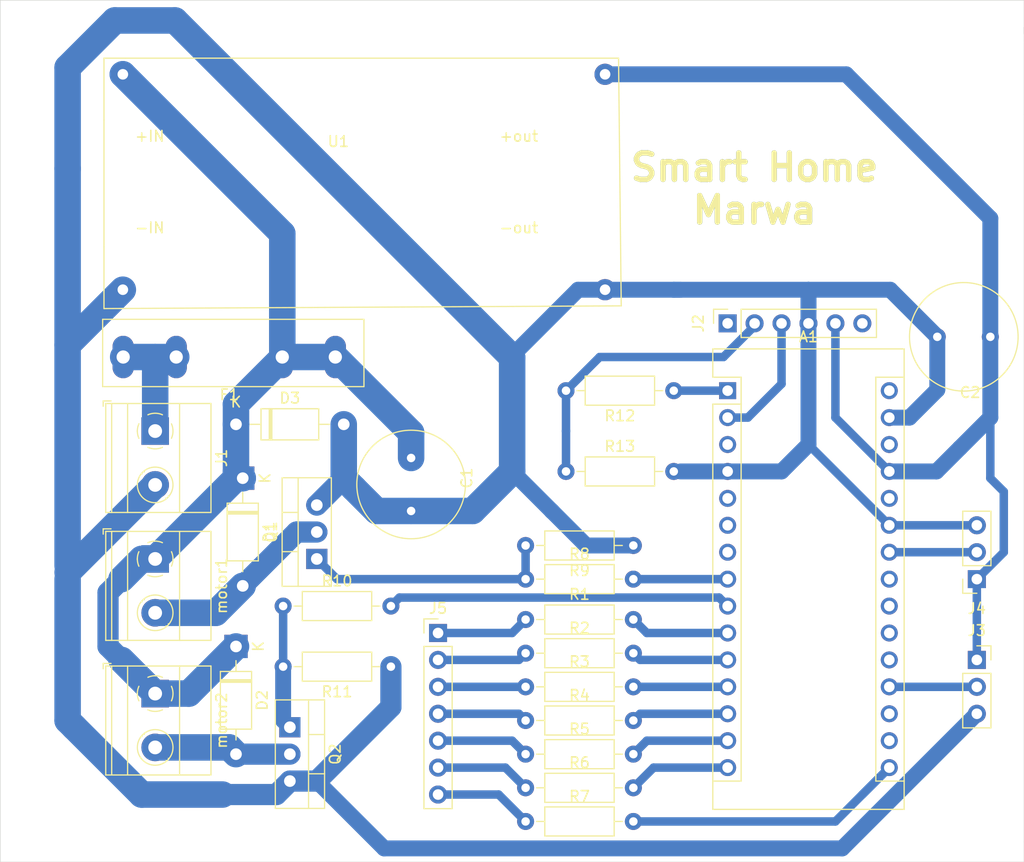
<source format=kicad_pcb>
(kicad_pcb (version 20171130) (host pcbnew "(5.1.12)-1")

  (general
    (thickness 1.6)
    (drawings 18)
    (tracks 157)
    (zones 0)
    (modules 30)
    (nets 45)
  )

  (page A4)
  (layers
    (0 F.Cu signal)
    (31 B.Cu signal)
    (32 B.Adhes user hide)
    (33 F.Adhes user hide)
    (34 B.Paste user hide)
    (35 F.Paste user hide)
    (36 B.SilkS user hide)
    (37 F.SilkS user)
    (38 B.Mask user hide)
    (39 F.Mask user hide)
    (40 Dwgs.User user hide)
    (41 Cmts.User user hide)
    (42 Eco1.User user hide)
    (43 Eco2.User user hide)
    (44 Edge.Cuts user)
    (45 Margin user hide)
    (46 B.CrtYd user hide)
    (47 F.CrtYd user hide)
    (48 B.Fab user hide)
    (49 F.Fab user)
  )

  (setup
    (last_trace_width 2.5)
    (user_trace_width 0.5)
    (user_trace_width 0.8)
    (user_trace_width 1.5)
    (user_trace_width 2)
    (user_trace_width 2.5)
    (trace_clearance 0.2)
    (zone_clearance 0.508)
    (zone_45_only no)
    (trace_min 0.2)
    (via_size 0.8)
    (via_drill 0.4)
    (via_min_size 0.4)
    (via_min_drill 0.3)
    (uvia_size 0.3)
    (uvia_drill 0.1)
    (uvias_allowed no)
    (uvia_min_size 0.2)
    (uvia_min_drill 0.1)
    (edge_width 0.05)
    (segment_width 0.2)
    (pcb_text_width 0.3)
    (pcb_text_size 1.5 1.5)
    (mod_edge_width 0.12)
    (mod_text_size 1 1)
    (mod_text_width 0.15)
    (pad_size 1.524 1.524)
    (pad_drill 0.762)
    (pad_to_mask_clearance 0)
    (aux_axis_origin 0 0)
    (visible_elements 7FFFFFFF)
    (pcbplotparams
      (layerselection 0x010fc_ffffffff)
      (usegerberextensions false)
      (usegerberattributes true)
      (usegerberadvancedattributes true)
      (creategerberjobfile true)
      (excludeedgelayer true)
      (linewidth 0.100000)
      (plotframeref false)
      (viasonmask false)
      (mode 1)
      (useauxorigin false)
      (hpglpennumber 1)
      (hpglpenspeed 20)
      (hpglpendiameter 15.000000)
      (psnegative false)
      (psa4output false)
      (plotreference true)
      (plotvalue true)
      (plotinvisibletext false)
      (padsonsilk false)
      (subtractmaskfromsilk false)
      (outputformat 1)
      (mirror false)
      (drillshape 1)
      (scaleselection 1)
      (outputdirectory ""))
  )

  (net 0 "")
  (net 1 "Net-(Q1-Pad1)")
  (net 2 GNDREF)
  (net 3 +12V)
  (net 4 "Net-(A1-Pad17)")
  (net 5 "Net-(A1-Pad18)")
  (net 6 "Net-(A1-Pad3)")
  (net 7 temp)
  (net 8 "Net-(A1-Pad20)")
  (net 9 "Net-(A1-Pad5)")
  (net 10 "Net-(A1-Pad21)")
  (net 11 "Net-(A1-Pad6)")
  (net 12 "Net-(A1-Pad22)")
  (net 13 PIR)
  (net 14 "Net-(A1-Pad23)")
  (net 15 PWM1)
  (net 16 PWM2)
  (net 17 LED1)
  (net 18 "Net-(A1-Pad26)")
  (net 19 LED2)
  (net 20 +5V)
  (net 21 LED3)
  (net 22 "Net-(A1-Pad28)")
  (net 23 LED4)
  (net 24 LED5)
  (net 25 "Net-(A1-Pad30)")
  (net 26 LED6)
  (net 27 LED7)
  (net 28 "Net-(D1-Pad2)")
  (net 29 "Net-(D2-Pad2)")
  (net 30 "Net-(Q2-Pad1)")
  (net 31 TX)
  (net 32 RX)
  (net 33 "Net-(F1-Pad2)")
  (net 34 "Net-(J2-Pad1)")
  (net 35 "Net-(J2-Pad2)")
  (net 36 "Net-(J2-Pad6)")
  (net 37 "Net-(J5-Pad1)")
  (net 38 "Net-(J5-Pad2)")
  (net 39 "Net-(J5-Pad3)")
  (net 40 "Net-(J5-Pad4)")
  (net 41 "Net-(J5-Pad5)")
  (net 42 "Net-(J5-Pad6)")
  (net 43 "Net-(J5-Pad7)")
  (net 44 "Net-(A1-Pad7)")

  (net_class Default "This is the default net class."
    (clearance 0.2)
    (trace_width 0.25)
    (via_dia 0.8)
    (via_drill 0.4)
    (uvia_dia 0.3)
    (uvia_drill 0.1)
    (add_net +12V)
    (add_net +5V)
    (add_net GNDREF)
    (add_net LED1)
    (add_net LED2)
    (add_net LED3)
    (add_net LED4)
    (add_net LED5)
    (add_net LED6)
    (add_net LED7)
    (add_net "Net-(A1-Pad17)")
    (add_net "Net-(A1-Pad18)")
    (add_net "Net-(A1-Pad20)")
    (add_net "Net-(A1-Pad21)")
    (add_net "Net-(A1-Pad22)")
    (add_net "Net-(A1-Pad23)")
    (add_net "Net-(A1-Pad26)")
    (add_net "Net-(A1-Pad28)")
    (add_net "Net-(A1-Pad3)")
    (add_net "Net-(A1-Pad30)")
    (add_net "Net-(A1-Pad5)")
    (add_net "Net-(A1-Pad6)")
    (add_net "Net-(A1-Pad7)")
    (add_net "Net-(D1-Pad2)")
    (add_net "Net-(D2-Pad2)")
    (add_net "Net-(F1-Pad2)")
    (add_net "Net-(J2-Pad1)")
    (add_net "Net-(J2-Pad2)")
    (add_net "Net-(J2-Pad6)")
    (add_net "Net-(J5-Pad1)")
    (add_net "Net-(J5-Pad2)")
    (add_net "Net-(J5-Pad3)")
    (add_net "Net-(J5-Pad4)")
    (add_net "Net-(J5-Pad5)")
    (add_net "Net-(J5-Pad6)")
    (add_net "Net-(J5-Pad7)")
    (add_net "Net-(Q1-Pad1)")
    (add_net "Net-(Q2-Pad1)")
    (add_net PIR)
    (add_net PWM1)
    (add_net PWM2)
    (add_net RX)
    (add_net TX)
    (add_net temp)
  )

  (module Package_TO_SOT_THT:TO-220-3_Vertical (layer F.Cu) (tedit 5AC8BA0D) (tstamp 61C9566E)
    (at 97.155 95.885 270)
    (descr "TO-220-3, Vertical, RM 2.54mm, see https://www.vishay.com/docs/66542/to-220-1.pdf")
    (tags "TO-220-3 Vertical RM 2.54mm")
    (path /61CA8A80)
    (fp_text reference Q2 (at 2.54 -4.27 90) (layer F.SilkS)
      (effects (font (size 1 1) (thickness 0.15)))
    )
    (fp_text value TIP120 (at 2.54 2.5 90) (layer F.Fab)
      (effects (font (size 1 1) (thickness 0.15)))
    )
    (fp_line (start 7.79 -3.4) (end -2.71 -3.4) (layer F.CrtYd) (width 0.05))
    (fp_line (start 7.79 1.51) (end 7.79 -3.4) (layer F.CrtYd) (width 0.05))
    (fp_line (start -2.71 1.51) (end 7.79 1.51) (layer F.CrtYd) (width 0.05))
    (fp_line (start -2.71 -3.4) (end -2.71 1.51) (layer F.CrtYd) (width 0.05))
    (fp_line (start 4.391 -3.27) (end 4.391 -1.76) (layer F.SilkS) (width 0.12))
    (fp_line (start 0.69 -3.27) (end 0.69 -1.76) (layer F.SilkS) (width 0.12))
    (fp_line (start -2.58 -1.76) (end 7.66 -1.76) (layer F.SilkS) (width 0.12))
    (fp_line (start 7.66 -3.27) (end 7.66 1.371) (layer F.SilkS) (width 0.12))
    (fp_line (start -2.58 -3.27) (end -2.58 1.371) (layer F.SilkS) (width 0.12))
    (fp_line (start -2.58 1.371) (end 7.66 1.371) (layer F.SilkS) (width 0.12))
    (fp_line (start -2.58 -3.27) (end 7.66 -3.27) (layer F.SilkS) (width 0.12))
    (fp_line (start 4.39 -3.15) (end 4.39 -1.88) (layer F.Fab) (width 0.1))
    (fp_line (start 0.69 -3.15) (end 0.69 -1.88) (layer F.Fab) (width 0.1))
    (fp_line (start -2.46 -1.88) (end 7.54 -1.88) (layer F.Fab) (width 0.1))
    (fp_line (start 7.54 -3.15) (end -2.46 -3.15) (layer F.Fab) (width 0.1))
    (fp_line (start 7.54 1.25) (end 7.54 -3.15) (layer F.Fab) (width 0.1))
    (fp_line (start -2.46 1.25) (end 7.54 1.25) (layer F.Fab) (width 0.1))
    (fp_line (start -2.46 -3.15) (end -2.46 1.25) (layer F.Fab) (width 0.1))
    (fp_text user %R (at 2.54 -4.27 90) (layer F.Fab)
      (effects (font (size 1 1) (thickness 0.15)))
    )
    (pad 1 thru_hole rect (at 0 0 270) (size 1.905 2) (drill 1.1) (layers *.Cu *.Mask)
      (net 30 "Net-(Q2-Pad1)"))
    (pad 2 thru_hole oval (at 2.54 0 270) (size 1.905 2) (drill 1.1) (layers *.Cu *.Mask)
      (net 29 "Net-(D2-Pad2)"))
    (pad 3 thru_hole oval (at 5.08 0 270) (size 1.905 2) (drill 1.1) (layers *.Cu *.Mask)
      (net 2 GNDREF))
    (model ${KISYS3DMOD}/Package_TO_SOT_THT.3dshapes/TO-220-3_Vertical.wrl
      (at (xyz 0 0 0))
      (scale (xyz 1 1 1))
      (rotate (xyz 0 0 0))
    )
  )

  (module lm2596s_f:lm2596 (layer F.Cu) (tedit 61CBC0DF) (tstamp 61CA18F3)
    (at 104.775 44.45)
    (path /61C9BAD2)
    (fp_text reference U1 (at -3.048 -3.818) (layer F.SilkS)
      (effects (font (size 1 1) (thickness 0.15)))
    )
    (fp_text value lm2596_module_ (at -3.048 0) (layer F.Fab)
      (effects (font (size 1 1) (thickness 0.15)))
    )
    (fp_line (start -25.4 6.35) (end -25.4 -6.096) (layer F.Fab) (width 0.12))
    (fp_line (start -25.146 -5.842) (end -25.146 6.096) (layer F.SilkS) (width 0.12))
    (fp_line (start -25.146 6.096) (end -25.146 11.938) (layer F.SilkS) (width 0.12))
    (fp_line (start -25.4 12.192) (end -25.4 6.35) (layer F.Fab) (width 0.12))
    (fp_line (start -25.4 12.192) (end 23.876 11.938) (layer F.Fab) (width 0.12))
    (fp_line (start 23.876 11.938) (end 23.876 -11.938) (layer F.Fab) (width 0.12))
    (fp_line (start 23.876 -11.938) (end -25.4 -11.938) (layer F.Fab) (width 0.12))
    (fp_line (start -25.146 11.938) (end 23.622 11.684) (layer F.SilkS) (width 0.12))
    (fp_line (start 23.622 11.684) (end 23.368 -11.684) (layer F.SilkS) (width 0.12))
    (fp_line (start 23.368 -11.684) (end -25.146 -11.684) (layer F.SilkS) (width 0.12))
    (fp_line (start -25.146 -11.684) (end -25.146 -5.842) (layer F.SilkS) (width 0.12))
    (fp_line (start -25.4 -6.096) (end -25.4 -11.938) (layer F.Fab) (width 0.12))
    (fp_text user +IN (at -20.828 -4.318) (layer F.SilkS)
      (effects (font (size 1 1) (thickness 0.15)))
    )
    (fp_text user -IN (at -20.828 4.318) (layer F.SilkS)
      (effects (font (size 1 1) (thickness 0.15)))
    )
    (fp_text user -out (at 13.97 4.318) (layer F.SilkS)
      (effects (font (size 1 1) (thickness 0.15)))
    )
    (fp_text user +out (at 13.97 -4.318) (layer F.SilkS)
      (effects (font (size 1 1) (thickness 0.15)))
    )
    (pad 3 thru_hole circle (at 22.098 -10.16) (size 2 2) (drill 1) (layers *.Cu *.Mask)
      (net 20 +5V))
    (pad 1 thru_hole circle (at -23.368 -10.16) (size 2 2) (drill 1) (layers *.Cu *.Mask)
      (net 3 +12V))
    (pad 2 thru_hole circle (at -23.368 10.16) (size 2 2) (drill 1) (layers *.Cu *.Mask)
      (net 2 GNDREF))
    (pad 4 thru_hole circle (at 22.098 10.16) (size 2 2) (drill 1) (layers *.Cu *.Mask)
      (net 2 GNDREF))
    (model "D:/USB/pcb/3d designes/buck converter/LM2596_DC-DC_CONVERTER.STEP"
      (offset (xyz -7.5 -48 8.5))
      (scale (xyz 1 1 1))
      (rotate (xyz 90 180 0))
    )
  )

  (module Capacitor_THT:C_Radial_D10.0mm_H16.0mm_P5.00mm (layer F.Cu) (tedit 5BC5C9BA) (tstamp 61CA1A51)
    (at 163.195 59.055 180)
    (descr "C, Radial series, Radial, pin pitch=5.00mm, diameter=10mm, height=16mm, Non-Polar Electrolytic Capacitor")
    (tags "C Radial series Radial pin pitch 5.00mm diameter 10mm height 16mm Non-Polar Electrolytic Capacitor")
    (path /61CB8D0C)
    (fp_text reference C2 (at 1.9 -5.25) (layer F.SilkS)
      (effects (font (size 1 1) (thickness 0.15)))
    )
    (fp_text value CP_Small (at 1.9 5.25) (layer F.Fab)
      (effects (font (size 1 1) (thickness 0.15)))
    )
    (fp_circle (center 2.5 0) (end 7.75 0) (layer F.CrtYd) (width 0.05))
    (fp_circle (center 2.5 0) (end 7.62 0) (layer F.SilkS) (width 0.12))
    (fp_circle (center 2.5 0) (end 7.5 0) (layer F.Fab) (width 0.1))
    (fp_text user %R (at 1.9 0) (layer F.Fab)
      (effects (font (size 1 1) (thickness 0.15)))
    )
    (pad 2 thru_hole circle (at 5 0 180) (size 1.6 1.6) (drill 0.8) (layers *.Cu *.Mask)
      (net 2 GNDREF))
    (pad 1 thru_hole circle (at 0 0 180) (size 1.6 1.6) (drill 0.8) (layers *.Cu *.Mask)
      (net 20 +5V))
    (model ${KISYS3DMOD}/Capacitor_THT.3dshapes/C_Radial_D10.0mm_H16.0mm_P5.00mm.wrl
      (at (xyz 0 0 0))
      (scale (xyz 1 1 1))
      (rotate (xyz 0 0 0))
    )
  )

  (module Capacitor_THT:C_Radial_D10.0mm_H16.0mm_P5.00mm (layer F.Cu) (tedit 5BC5C9BA) (tstamp 61CA23C5)
    (at 108.585 70.485 270)
    (descr "C, Radial series, Radial, pin pitch=5.00mm, diameter=10mm, height=16mm, Non-Polar Electrolytic Capacitor")
    (tags "C Radial series Radial pin pitch 5.00mm diameter 10mm height 16mm Non-Polar Electrolytic Capacitor")
    (path /61C9259B)
    (fp_text reference C1 (at 1.9 -5.25 90) (layer F.SilkS)
      (effects (font (size 1 1) (thickness 0.15)))
    )
    (fp_text value CP_Small (at 1.9 5.25 90) (layer F.Fab)
      (effects (font (size 1 1) (thickness 0.15)))
    )
    (fp_circle (center 2.5 0) (end 7.75 0) (layer F.CrtYd) (width 0.05))
    (fp_circle (center 2.5 0) (end 7.62 0) (layer F.SilkS) (width 0.12))
    (fp_circle (center 2.5 0) (end 7.5 0) (layer F.Fab) (width 0.1))
    (fp_text user %R (at 1.9 0 90) (layer F.Fab)
      (effects (font (size 1 1) (thickness 0.15)))
    )
    (pad 2 thru_hole circle (at 5 0 270) (size 1.6 1.6) (drill 0.8) (layers *.Cu *.Mask)
      (net 2 GNDREF))
    (pad 1 thru_hole circle (at 0 0 270) (size 1.6 1.6) (drill 0.8) (layers *.Cu *.Mask)
      (net 3 +12V))
    (model ${KISYS3DMOD}/Capacitor_THT.3dshapes/C_Radial_D10.0mm_H16.0mm_P5.00mm.wrl
      (at (xyz 0 0 0))
      (scale (xyz 1 1 1))
      (rotate (xyz 0 0 0))
    )
  )

  (module fuse_clips_20x5:Fuse_clips_20x5_pair (layer F.Cu) (tedit 61C8DA37) (tstamp 61CA0E1A)
    (at 91.44 60.96 180)
    (path /61C941A1)
    (fp_text reference F1 (at 0 -3.556) (layer F.SilkS)
      (effects (font (size 1 1) (thickness 0.15)))
    )
    (fp_text value Fuse (at 0.254 2.794) (layer F.Fab)
      (effects (font (size 1 1) (thickness 0.15)))
    )
    (fp_line (start 11.938 3.556) (end 11.938 -2.794) (layer F.SilkS) (width 0.12))
    (fp_line (start -12.7 3.556) (end 11.938 3.556) (layer F.SilkS) (width 0.12))
    (fp_line (start -12.7 -2.794) (end -12.7 3.556) (layer F.SilkS) (width 0.12))
    (fp_line (start 11.938 -2.794) (end -12.7 -2.794) (layer F.SilkS) (width 0.12))
    (pad 1 thru_hole oval (at -10 0 180) (size 2 4) (drill 1.25) (layers *.Cu *.Mask)
      (net 3 +12V))
    (pad 1 thru_hole oval (at -5 0 180) (size 2 4) (drill 1.25) (layers *.Cu *.Mask)
      (net 3 +12V))
    (pad 2 thru_hole oval (at 5 0 180) (size 2 4) (drill 1.25) (layers *.Cu *.Mask)
      (net 33 "Net-(F1-Pad2)"))
    (pad 2 thru_hole oval (at 10 0 180) (size 2 4) (drill 1.25) (layers *.Cu *.Mask)
      (net 33 "Net-(F1-Pad2)"))
    (model "D:/USB/pcb/3d designes/fuse/fuse-29-5-x-6-holder-1.snapshot.3/Fuse_Holder.STEP"
      (at (xyz 0 0 0))
      (scale (xyz 0.65 1.4 1.2))
      (rotate (xyz -90 0 0))
    )
  )

  (module Module:Arduino_Nano (layer F.Cu) (tedit 58ACAF70) (tstamp 61C955DD)
    (at 138.43 64.135)
    (descr "Arduino Nano, http://www.mouser.com/pdfdocs/Gravitech_Arduino_Nano3_0.pdf")
    (tags "Arduino Nano")
    (path /61C880BE)
    (fp_text reference A1 (at 7.62 -5.08) (layer F.SilkS)
      (effects (font (size 1 1) (thickness 0.15)))
    )
    (fp_text value Arduino_Nano_v3.x (at 8.89 19.05 90) (layer F.Fab)
      (effects (font (size 1 1) (thickness 0.15)))
    )
    (fp_line (start 16.75 42.16) (end -1.53 42.16) (layer F.CrtYd) (width 0.05))
    (fp_line (start 16.75 42.16) (end 16.75 -4.06) (layer F.CrtYd) (width 0.05))
    (fp_line (start -1.53 -4.06) (end -1.53 42.16) (layer F.CrtYd) (width 0.05))
    (fp_line (start -1.53 -4.06) (end 16.75 -4.06) (layer F.CrtYd) (width 0.05))
    (fp_line (start 16.51 -3.81) (end 16.51 39.37) (layer F.Fab) (width 0.1))
    (fp_line (start 0 -3.81) (end 16.51 -3.81) (layer F.Fab) (width 0.1))
    (fp_line (start -1.27 -2.54) (end 0 -3.81) (layer F.Fab) (width 0.1))
    (fp_line (start -1.27 39.37) (end -1.27 -2.54) (layer F.Fab) (width 0.1))
    (fp_line (start 16.51 39.37) (end -1.27 39.37) (layer F.Fab) (width 0.1))
    (fp_line (start 16.64 -3.94) (end -1.4 -3.94) (layer F.SilkS) (width 0.12))
    (fp_line (start 16.64 39.5) (end 16.64 -3.94) (layer F.SilkS) (width 0.12))
    (fp_line (start -1.4 39.5) (end 16.64 39.5) (layer F.SilkS) (width 0.12))
    (fp_line (start 3.81 41.91) (end 3.81 31.75) (layer F.Fab) (width 0.1))
    (fp_line (start 11.43 41.91) (end 3.81 41.91) (layer F.Fab) (width 0.1))
    (fp_line (start 11.43 31.75) (end 11.43 41.91) (layer F.Fab) (width 0.1))
    (fp_line (start 3.81 31.75) (end 11.43 31.75) (layer F.Fab) (width 0.1))
    (fp_line (start 1.27 36.83) (end -1.4 36.83) (layer F.SilkS) (width 0.12))
    (fp_line (start 1.27 1.27) (end 1.27 36.83) (layer F.SilkS) (width 0.12))
    (fp_line (start 1.27 1.27) (end -1.4 1.27) (layer F.SilkS) (width 0.12))
    (fp_line (start 13.97 36.83) (end 16.64 36.83) (layer F.SilkS) (width 0.12))
    (fp_line (start 13.97 -1.27) (end 13.97 36.83) (layer F.SilkS) (width 0.12))
    (fp_line (start 13.97 -1.27) (end 16.64 -1.27) (layer F.SilkS) (width 0.12))
    (fp_line (start -1.4 -3.94) (end -1.4 -1.27) (layer F.SilkS) (width 0.12))
    (fp_line (start -1.4 1.27) (end -1.4 39.5) (layer F.SilkS) (width 0.12))
    (fp_line (start 1.27 -1.27) (end -1.4 -1.27) (layer F.SilkS) (width 0.12))
    (fp_line (start 1.27 1.27) (end 1.27 -1.27) (layer F.SilkS) (width 0.12))
    (fp_text user %R (at 6.35 19.05 90) (layer F.Fab)
      (effects (font (size 1 1) (thickness 0.15)))
    )
    (pad 1 thru_hole rect (at 0 0) (size 1.6 1.6) (drill 1) (layers *.Cu *.Mask)
      (net 31 TX))
    (pad 17 thru_hole oval (at 15.24 33.02) (size 1.6 1.6) (drill 1) (layers *.Cu *.Mask)
      (net 4 "Net-(A1-Pad17)"))
    (pad 2 thru_hole oval (at 0 2.54) (size 1.6 1.6) (drill 1) (layers *.Cu *.Mask)
      (net 32 RX))
    (pad 18 thru_hole oval (at 15.24 30.48) (size 1.6 1.6) (drill 1) (layers *.Cu *.Mask)
      (net 5 "Net-(A1-Pad18)"))
    (pad 3 thru_hole oval (at 0 5.08) (size 1.6 1.6) (drill 1) (layers *.Cu *.Mask)
      (net 6 "Net-(A1-Pad3)"))
    (pad 19 thru_hole oval (at 15.24 27.94) (size 1.6 1.6) (drill 1) (layers *.Cu *.Mask)
      (net 7 temp))
    (pad 4 thru_hole oval (at 0 7.62) (size 1.6 1.6) (drill 1) (layers *.Cu *.Mask)
      (net 2 GNDREF))
    (pad 20 thru_hole oval (at 15.24 25.4) (size 1.6 1.6) (drill 1) (layers *.Cu *.Mask)
      (net 8 "Net-(A1-Pad20)"))
    (pad 5 thru_hole oval (at 0 10.16) (size 1.6 1.6) (drill 1) (layers *.Cu *.Mask)
      (net 9 "Net-(A1-Pad5)"))
    (pad 21 thru_hole oval (at 15.24 22.86) (size 1.6 1.6) (drill 1) (layers *.Cu *.Mask)
      (net 10 "Net-(A1-Pad21)"))
    (pad 6 thru_hole oval (at 0 12.7) (size 1.6 1.6) (drill 1) (layers *.Cu *.Mask)
      (net 11 "Net-(A1-Pad6)"))
    (pad 22 thru_hole oval (at 15.24 20.32) (size 1.6 1.6) (drill 1) (layers *.Cu *.Mask)
      (net 12 "Net-(A1-Pad22)"))
    (pad 7 thru_hole oval (at 0 15.24) (size 1.6 1.6) (drill 1) (layers *.Cu *.Mask)
      (net 44 "Net-(A1-Pad7)"))
    (pad 23 thru_hole oval (at 15.24 17.78) (size 1.6 1.6) (drill 1) (layers *.Cu *.Mask)
      (net 14 "Net-(A1-Pad23)"))
    (pad 8 thru_hole oval (at 0 17.78) (size 1.6 1.6) (drill 1) (layers *.Cu *.Mask)
      (net 15 PWM1))
    (pad 24 thru_hole oval (at 15.24 15.24) (size 1.6 1.6) (drill 1) (layers *.Cu *.Mask)
      (net 13 PIR))
    (pad 9 thru_hole oval (at 0 20.32) (size 1.6 1.6) (drill 1) (layers *.Cu *.Mask)
      (net 16 PWM2))
    (pad 25 thru_hole oval (at 15.24 12.7) (size 1.6 1.6) (drill 1) (layers *.Cu *.Mask)
      (net 2 GNDREF))
    (pad 10 thru_hole oval (at 0 22.86) (size 1.6 1.6) (drill 1) (layers *.Cu *.Mask)
      (net 17 LED1))
    (pad 26 thru_hole oval (at 15.24 10.16) (size 1.6 1.6) (drill 1) (layers *.Cu *.Mask)
      (net 18 "Net-(A1-Pad26)"))
    (pad 11 thru_hole oval (at 0 25.4) (size 1.6 1.6) (drill 1) (layers *.Cu *.Mask)
      (net 19 LED2))
    (pad 27 thru_hole oval (at 15.24 7.62) (size 1.6 1.6) (drill 1) (layers *.Cu *.Mask)
      (net 20 +5V))
    (pad 12 thru_hole oval (at 0 27.94) (size 1.6 1.6) (drill 1) (layers *.Cu *.Mask)
      (net 21 LED3))
    (pad 28 thru_hole oval (at 15.24 5.08) (size 1.6 1.6) (drill 1) (layers *.Cu *.Mask)
      (net 22 "Net-(A1-Pad28)"))
    (pad 13 thru_hole oval (at 0 30.48) (size 1.6 1.6) (drill 1) (layers *.Cu *.Mask)
      (net 23 LED4))
    (pad 29 thru_hole oval (at 15.24 2.54) (size 1.6 1.6) (drill 1) (layers *.Cu *.Mask)
      (net 2 GNDREF))
    (pad 14 thru_hole oval (at 0 33.02) (size 1.6 1.6) (drill 1) (layers *.Cu *.Mask)
      (net 24 LED5))
    (pad 30 thru_hole oval (at 15.24 0) (size 1.6 1.6) (drill 1) (layers *.Cu *.Mask)
      (net 25 "Net-(A1-Pad30)"))
    (pad 15 thru_hole oval (at 0 35.56) (size 1.6 1.6) (drill 1) (layers *.Cu *.Mask)
      (net 26 LED6))
    (pad 16 thru_hole oval (at 15.24 35.56) (size 1.6 1.6) (drill 1) (layers *.Cu *.Mask)
      (net 27 LED7))
    (model ${KISYS3DMOD}/Module.3dshapes/Arduino_Nano_WithMountingHoles.wrl
      (at (xyz 0 0 0))
      (scale (xyz 1 1 1))
      (rotate (xyz 0 0 0))
    )
    (model "D:/USB/pcb/3d designes/arduino nano/arduino nano.STEP"
      (offset (xyz 0 0 2.7))
      (scale (xyz 1 1 1))
      (rotate (xyz 90 180 -90))
    )
  )

  (module Diode_THT:D_DO-41_SOD81_P10.16mm_Horizontal (layer F.Cu) (tedit 5AE50CD5) (tstamp 61C955FC)
    (at 92.71 72.39 270)
    (descr "Diode, DO-41_SOD81 series, Axial, Horizontal, pin pitch=10.16mm, , length*diameter=5.2*2.7mm^2, , http://www.diodes.com/_files/packages/DO-41%20(Plastic).pdf")
    (tags "Diode DO-41_SOD81 series Axial Horizontal pin pitch 10.16mm  length 5.2mm diameter 2.7mm")
    (path /61CA7D8F)
    (fp_text reference D1 (at 5.08 -2.47 90) (layer F.SilkS)
      (effects (font (size 1 1) (thickness 0.15)))
    )
    (fp_text value 1N4007 (at 5.08 2.47 90) (layer F.Fab)
      (effects (font (size 1 1) (thickness 0.15)))
    )
    (fp_line (start 11.51 -1.6) (end -1.35 -1.6) (layer F.CrtYd) (width 0.05))
    (fp_line (start 11.51 1.6) (end 11.51 -1.6) (layer F.CrtYd) (width 0.05))
    (fp_line (start -1.35 1.6) (end 11.51 1.6) (layer F.CrtYd) (width 0.05))
    (fp_line (start -1.35 -1.6) (end -1.35 1.6) (layer F.CrtYd) (width 0.05))
    (fp_line (start 3.14 -1.47) (end 3.14 1.47) (layer F.SilkS) (width 0.12))
    (fp_line (start 3.38 -1.47) (end 3.38 1.47) (layer F.SilkS) (width 0.12))
    (fp_line (start 3.26 -1.47) (end 3.26 1.47) (layer F.SilkS) (width 0.12))
    (fp_line (start 8.82 0) (end 7.8 0) (layer F.SilkS) (width 0.12))
    (fp_line (start 1.34 0) (end 2.36 0) (layer F.SilkS) (width 0.12))
    (fp_line (start 7.8 -1.47) (end 2.36 -1.47) (layer F.SilkS) (width 0.12))
    (fp_line (start 7.8 1.47) (end 7.8 -1.47) (layer F.SilkS) (width 0.12))
    (fp_line (start 2.36 1.47) (end 7.8 1.47) (layer F.SilkS) (width 0.12))
    (fp_line (start 2.36 -1.47) (end 2.36 1.47) (layer F.SilkS) (width 0.12))
    (fp_line (start 3.16 -1.35) (end 3.16 1.35) (layer F.Fab) (width 0.1))
    (fp_line (start 3.36 -1.35) (end 3.36 1.35) (layer F.Fab) (width 0.1))
    (fp_line (start 3.26 -1.35) (end 3.26 1.35) (layer F.Fab) (width 0.1))
    (fp_line (start 10.16 0) (end 7.68 0) (layer F.Fab) (width 0.1))
    (fp_line (start 0 0) (end 2.48 0) (layer F.Fab) (width 0.1))
    (fp_line (start 7.68 -1.35) (end 2.48 -1.35) (layer F.Fab) (width 0.1))
    (fp_line (start 7.68 1.35) (end 7.68 -1.35) (layer F.Fab) (width 0.1))
    (fp_line (start 2.48 1.35) (end 7.68 1.35) (layer F.Fab) (width 0.1))
    (fp_line (start 2.48 -1.35) (end 2.48 1.35) (layer F.Fab) (width 0.1))
    (fp_text user %R (at 5.715 0 90) (layer F.Fab)
      (effects (font (size 1 1) (thickness 0.15)))
    )
    (fp_text user K (at 0 -2.1 90) (layer F.Fab)
      (effects (font (size 1 1) (thickness 0.15)))
    )
    (fp_text user K (at 0 -2.1 90) (layer F.SilkS)
      (effects (font (size 1 1) (thickness 0.15)))
    )
    (pad 1 thru_hole rect (at 0 0 270) (size 2.2 2.2) (drill 1.1) (layers *.Cu *.Mask)
      (net 3 +12V))
    (pad 2 thru_hole oval (at 10.16 0 270) (size 2.2 2.2) (drill 1.1) (layers *.Cu *.Mask)
      (net 28 "Net-(D1-Pad2)"))
    (model ${KISYS3DMOD}/Diode_THT.3dshapes/D_DO-41_SOD81_P10.16mm_Horizontal.wrl
      (at (xyz 0 0 0))
      (scale (xyz 1 1 1))
      (rotate (xyz 0 0 0))
    )
  )

  (module Diode_THT:D_DO-41_SOD81_P10.16mm_Horizontal (layer F.Cu) (tedit 5AE50CD5) (tstamp 61C9561B)
    (at 92.075 88.265 270)
    (descr "Diode, DO-41_SOD81 series, Axial, Horizontal, pin pitch=10.16mm, , length*diameter=5.2*2.7mm^2, , http://www.diodes.com/_files/packages/DO-41%20(Plastic).pdf")
    (tags "Diode DO-41_SOD81 series Axial Horizontal pin pitch 10.16mm  length 5.2mm diameter 2.7mm")
    (path /61CA6D8C)
    (fp_text reference D2 (at 5.08 -2.47 90) (layer F.SilkS)
      (effects (font (size 1 1) (thickness 0.15)))
    )
    (fp_text value 1N4007 (at 5.08 2.47 90) (layer F.Fab)
      (effects (font (size 1 1) (thickness 0.15)))
    )
    (fp_line (start 2.48 -1.35) (end 2.48 1.35) (layer F.Fab) (width 0.1))
    (fp_line (start 2.48 1.35) (end 7.68 1.35) (layer F.Fab) (width 0.1))
    (fp_line (start 7.68 1.35) (end 7.68 -1.35) (layer F.Fab) (width 0.1))
    (fp_line (start 7.68 -1.35) (end 2.48 -1.35) (layer F.Fab) (width 0.1))
    (fp_line (start 0 0) (end 2.48 0) (layer F.Fab) (width 0.1))
    (fp_line (start 10.16 0) (end 7.68 0) (layer F.Fab) (width 0.1))
    (fp_line (start 3.26 -1.35) (end 3.26 1.35) (layer F.Fab) (width 0.1))
    (fp_line (start 3.36 -1.35) (end 3.36 1.35) (layer F.Fab) (width 0.1))
    (fp_line (start 3.16 -1.35) (end 3.16 1.35) (layer F.Fab) (width 0.1))
    (fp_line (start 2.36 -1.47) (end 2.36 1.47) (layer F.SilkS) (width 0.12))
    (fp_line (start 2.36 1.47) (end 7.8 1.47) (layer F.SilkS) (width 0.12))
    (fp_line (start 7.8 1.47) (end 7.8 -1.47) (layer F.SilkS) (width 0.12))
    (fp_line (start 7.8 -1.47) (end 2.36 -1.47) (layer F.SilkS) (width 0.12))
    (fp_line (start 1.34 0) (end 2.36 0) (layer F.SilkS) (width 0.12))
    (fp_line (start 8.82 0) (end 7.8 0) (layer F.SilkS) (width 0.12))
    (fp_line (start 3.26 -1.47) (end 3.26 1.47) (layer F.SilkS) (width 0.12))
    (fp_line (start 3.38 -1.47) (end 3.38 1.47) (layer F.SilkS) (width 0.12))
    (fp_line (start 3.14 -1.47) (end 3.14 1.47) (layer F.SilkS) (width 0.12))
    (fp_line (start -1.35 -1.6) (end -1.35 1.6) (layer F.CrtYd) (width 0.05))
    (fp_line (start -1.35 1.6) (end 11.51 1.6) (layer F.CrtYd) (width 0.05))
    (fp_line (start 11.51 1.6) (end 11.51 -1.6) (layer F.CrtYd) (width 0.05))
    (fp_line (start 11.51 -1.6) (end -1.35 -1.6) (layer F.CrtYd) (width 0.05))
    (fp_text user K (at 0 -2.1 90) (layer F.SilkS)
      (effects (font (size 1 1) (thickness 0.15)))
    )
    (fp_text user K (at 0 -2.1 90) (layer F.Fab)
      (effects (font (size 1 1) (thickness 0.15)))
    )
    (fp_text user %R (at 5.47 0 90) (layer F.Fab)
      (effects (font (size 1 1) (thickness 0.15)))
    )
    (pad 2 thru_hole oval (at 10.16 0 270) (size 2.2 2.2) (drill 1.1) (layers *.Cu *.Mask)
      (net 29 "Net-(D2-Pad2)"))
    (pad 1 thru_hole rect (at 0 0 270) (size 2.2 2.2) (drill 1.1) (layers *.Cu *.Mask)
      (net 3 +12V))
    (model ${KISYS3DMOD}/Diode_THT.3dshapes/D_DO-41_SOD81_P10.16mm_Horizontal.wrl
      (at (xyz 0 0 0))
      (scale (xyz 1 1 1))
      (rotate (xyz 0 0 0))
    )
  )

  (module Diode_THT:D_DO-41_SOD81_P10.16mm_Horizontal (layer F.Cu) (tedit 5AE50CD5) (tstamp 61C9563A)
    (at 92.075 67.31)
    (descr "Diode, DO-41_SOD81 series, Axial, Horizontal, pin pitch=10.16mm, , length*diameter=5.2*2.7mm^2, , http://www.diodes.com/_files/packages/DO-41%20(Plastic).pdf")
    (tags "Diode DO-41_SOD81 series Axial Horizontal pin pitch 10.16mm  length 5.2mm diameter 2.7mm")
    (path /61C92E6A)
    (fp_text reference D3 (at 5.08 -2.47) (layer F.SilkS)
      (effects (font (size 1 1) (thickness 0.15)))
    )
    (fp_text value 1N4007 (at 5.08 2.47) (layer F.Fab)
      (effects (font (size 1 1) (thickness 0.15)))
    )
    (fp_line (start 11.51 -1.6) (end -1.35 -1.6) (layer F.CrtYd) (width 0.05))
    (fp_line (start 11.51 1.6) (end 11.51 -1.6) (layer F.CrtYd) (width 0.05))
    (fp_line (start -1.35 1.6) (end 11.51 1.6) (layer F.CrtYd) (width 0.05))
    (fp_line (start -1.35 -1.6) (end -1.35 1.6) (layer F.CrtYd) (width 0.05))
    (fp_line (start 3.14 -1.47) (end 3.14 1.47) (layer F.SilkS) (width 0.12))
    (fp_line (start 3.38 -1.47) (end 3.38 1.47) (layer F.SilkS) (width 0.12))
    (fp_line (start 3.26 -1.47) (end 3.26 1.47) (layer F.SilkS) (width 0.12))
    (fp_line (start 8.82 0) (end 7.8 0) (layer F.SilkS) (width 0.12))
    (fp_line (start 1.34 0) (end 2.36 0) (layer F.SilkS) (width 0.12))
    (fp_line (start 7.8 -1.47) (end 2.36 -1.47) (layer F.SilkS) (width 0.12))
    (fp_line (start 7.8 1.47) (end 7.8 -1.47) (layer F.SilkS) (width 0.12))
    (fp_line (start 2.36 1.47) (end 7.8 1.47) (layer F.SilkS) (width 0.12))
    (fp_line (start 2.36 -1.47) (end 2.36 1.47) (layer F.SilkS) (width 0.12))
    (fp_line (start 3.16 -1.35) (end 3.16 1.35) (layer F.Fab) (width 0.1))
    (fp_line (start 3.36 -1.35) (end 3.36 1.35) (layer F.Fab) (width 0.1))
    (fp_line (start 3.26 -1.35) (end 3.26 1.35) (layer F.Fab) (width 0.1))
    (fp_line (start 10.16 0) (end 7.68 0) (layer F.Fab) (width 0.1))
    (fp_line (start 0 0) (end 2.48 0) (layer F.Fab) (width 0.1))
    (fp_line (start 7.68 -1.35) (end 2.48 -1.35) (layer F.Fab) (width 0.1))
    (fp_line (start 7.68 1.35) (end 7.68 -1.35) (layer F.Fab) (width 0.1))
    (fp_line (start 2.48 1.35) (end 7.68 1.35) (layer F.Fab) (width 0.1))
    (fp_line (start 2.48 -1.35) (end 2.48 1.35) (layer F.Fab) (width 0.1))
    (fp_text user %R (at 5.47 0) (layer F.Fab)
      (effects (font (size 1 1) (thickness 0.15)))
    )
    (fp_text user K (at 0 -2.1) (layer F.Fab)
      (effects (font (size 1 1) (thickness 0.15)))
    )
    (fp_text user K (at 0 -2.1) (layer F.SilkS)
      (effects (font (size 1 1) (thickness 0.15)))
    )
    (pad 1 thru_hole rect (at 0 0) (size 2.2 2.2) (drill 1.1) (layers *.Cu *.Mask)
      (net 3 +12V))
    (pad 2 thru_hole oval (at 10.16 0) (size 2.2 2.2) (drill 1.1) (layers *.Cu *.Mask)
      (net 2 GNDREF))
    (model ${KISYS3DMOD}/Diode_THT.3dshapes/D_DO-41_SOD81_P10.16mm_Horizontal.wrl
      (at (xyz 0 0 0))
      (scale (xyz 1 1 1))
      (rotate (xyz 0 0 0))
    )
  )

  (module Package_TO_SOT_THT:TO-220-3_Vertical (layer F.Cu) (tedit 5AC8BA0D) (tstamp 61C95654)
    (at 99.695 80.01 90)
    (descr "TO-220-3, Vertical, RM 2.54mm, see https://www.vishay.com/docs/66542/to-220-1.pdf")
    (tags "TO-220-3 Vertical RM 2.54mm")
    (path /61CAAE54)
    (fp_text reference Q1 (at 2.54 -4.27 90) (layer F.SilkS)
      (effects (font (size 1 1) (thickness 0.15)))
    )
    (fp_text value TIP120 (at 2.54 2.5 90) (layer F.Fab)
      (effects (font (size 1 1) (thickness 0.15)))
    )
    (fp_line (start -2.46 -3.15) (end -2.46 1.25) (layer F.Fab) (width 0.1))
    (fp_line (start -2.46 1.25) (end 7.54 1.25) (layer F.Fab) (width 0.1))
    (fp_line (start 7.54 1.25) (end 7.54 -3.15) (layer F.Fab) (width 0.1))
    (fp_line (start 7.54 -3.15) (end -2.46 -3.15) (layer F.Fab) (width 0.1))
    (fp_line (start -2.46 -1.88) (end 7.54 -1.88) (layer F.Fab) (width 0.1))
    (fp_line (start 0.69 -3.15) (end 0.69 -1.88) (layer F.Fab) (width 0.1))
    (fp_line (start 4.39 -3.15) (end 4.39 -1.88) (layer F.Fab) (width 0.1))
    (fp_line (start -2.58 -3.27) (end 7.66 -3.27) (layer F.SilkS) (width 0.12))
    (fp_line (start -2.58 1.371) (end 7.66 1.371) (layer F.SilkS) (width 0.12))
    (fp_line (start -2.58 -3.27) (end -2.58 1.371) (layer F.SilkS) (width 0.12))
    (fp_line (start 7.66 -3.27) (end 7.66 1.371) (layer F.SilkS) (width 0.12))
    (fp_line (start -2.58 -1.76) (end 7.66 -1.76) (layer F.SilkS) (width 0.12))
    (fp_line (start 0.69 -3.27) (end 0.69 -1.76) (layer F.SilkS) (width 0.12))
    (fp_line (start 4.391 -3.27) (end 4.391 -1.76) (layer F.SilkS) (width 0.12))
    (fp_line (start -2.71 -3.4) (end -2.71 1.51) (layer F.CrtYd) (width 0.05))
    (fp_line (start -2.71 1.51) (end 7.79 1.51) (layer F.CrtYd) (width 0.05))
    (fp_line (start 7.79 1.51) (end 7.79 -3.4) (layer F.CrtYd) (width 0.05))
    (fp_line (start 7.79 -3.4) (end -2.71 -3.4) (layer F.CrtYd) (width 0.05))
    (fp_text user %R (at 2.54 -4.27 90) (layer F.Fab)
      (effects (font (size 1 1) (thickness 0.15)))
    )
    (pad 3 thru_hole oval (at 5.08 0 90) (size 1.905 2) (drill 1.1) (layers *.Cu *.Mask)
      (net 2 GNDREF))
    (pad 2 thru_hole oval (at 2.54 0 90) (size 1.905 2) (drill 1.1) (layers *.Cu *.Mask)
      (net 28 "Net-(D1-Pad2)"))
    (pad 1 thru_hole rect (at 0 0 90) (size 1.905 2) (drill 1.1) (layers *.Cu *.Mask)
      (net 1 "Net-(Q1-Pad1)"))
    (model ${KISYS3DMOD}/Package_TO_SOT_THT.3dshapes/TO-220-3_Vertical.wrl
      (at (xyz 0 0 0))
      (scale (xyz 1 1 1))
      (rotate (xyz 0 0 0))
    )
  )

  (module TerminalBlock_Phoenix:TerminalBlock_Phoenix_MKDS-1,5-2-5.08_1x02_P5.08mm_Horizontal (layer F.Cu) (tedit 5B294EBC) (tstamp 61CA16FD)
    (at 84.455 67.945 270)
    (descr "Terminal Block Phoenix MKDS-1,5-2-5.08, 2 pins, pitch 5.08mm, size 10.2x9.8mm^2, drill diamater 1.3mm, pad diameter 2.6mm, see http://www.farnell.com/datasheets/100425.pdf, script-generated using https://github.com/pointhi/kicad-footprint-generator/scripts/TerminalBlock_Phoenix")
    (tags "THT Terminal Block Phoenix MKDS-1,5-2-5.08 pitch 5.08mm size 10.2x9.8mm^2 drill 1.3mm pad 2.6mm")
    (path /61C8F7D3)
    (fp_text reference J1 (at 2.54 -6.26 90) (layer F.SilkS)
      (effects (font (size 1 1) (thickness 0.15)))
    )
    (fp_text value "battery " (at 2.54 5.66 90) (layer F.Fab)
      (effects (font (size 1 1) (thickness 0.15)))
    )
    (fp_line (start 8.13 -5.71) (end -3.04 -5.71) (layer F.CrtYd) (width 0.05))
    (fp_line (start 8.13 5.1) (end 8.13 -5.71) (layer F.CrtYd) (width 0.05))
    (fp_line (start -3.04 5.1) (end 8.13 5.1) (layer F.CrtYd) (width 0.05))
    (fp_line (start -3.04 -5.71) (end -3.04 5.1) (layer F.CrtYd) (width 0.05))
    (fp_line (start -2.84 4.9) (end -2.34 4.9) (layer F.SilkS) (width 0.12))
    (fp_line (start -2.84 4.16) (end -2.84 4.9) (layer F.SilkS) (width 0.12))
    (fp_line (start 3.853 1.023) (end 3.806 1.069) (layer F.SilkS) (width 0.12))
    (fp_line (start 6.15 -1.275) (end 6.115 -1.239) (layer F.SilkS) (width 0.12))
    (fp_line (start 4.046 1.239) (end 4.011 1.274) (layer F.SilkS) (width 0.12))
    (fp_line (start 6.355 -1.069) (end 6.308 -1.023) (layer F.SilkS) (width 0.12))
    (fp_line (start 6.035 -1.138) (end 3.943 0.955) (layer F.Fab) (width 0.1))
    (fp_line (start 6.218 -0.955) (end 4.126 1.138) (layer F.Fab) (width 0.1))
    (fp_line (start 0.955 -1.138) (end -1.138 0.955) (layer F.Fab) (width 0.1))
    (fp_line (start 1.138 -0.955) (end -0.955 1.138) (layer F.Fab) (width 0.1))
    (fp_line (start 7.68 -5.261) (end 7.68 4.66) (layer F.SilkS) (width 0.12))
    (fp_line (start -2.6 -5.261) (end -2.6 4.66) (layer F.SilkS) (width 0.12))
    (fp_line (start -2.6 4.66) (end 7.68 4.66) (layer F.SilkS) (width 0.12))
    (fp_line (start -2.6 -5.261) (end 7.68 -5.261) (layer F.SilkS) (width 0.12))
    (fp_line (start -2.6 -2.301) (end 7.68 -2.301) (layer F.SilkS) (width 0.12))
    (fp_line (start -2.54 -2.3) (end 7.62 -2.3) (layer F.Fab) (width 0.1))
    (fp_line (start -2.6 2.6) (end 7.68 2.6) (layer F.SilkS) (width 0.12))
    (fp_line (start -2.54 2.6) (end 7.62 2.6) (layer F.Fab) (width 0.1))
    (fp_line (start -2.6 4.1) (end 7.68 4.1) (layer F.SilkS) (width 0.12))
    (fp_line (start -2.54 4.1) (end 7.62 4.1) (layer F.Fab) (width 0.1))
    (fp_line (start -2.54 4.1) (end -2.54 -5.2) (layer F.Fab) (width 0.1))
    (fp_line (start -2.04 4.6) (end -2.54 4.1) (layer F.Fab) (width 0.1))
    (fp_line (start 7.62 4.6) (end -2.04 4.6) (layer F.Fab) (width 0.1))
    (fp_line (start 7.62 -5.2) (end 7.62 4.6) (layer F.Fab) (width 0.1))
    (fp_line (start -2.54 -5.2) (end 7.62 -5.2) (layer F.Fab) (width 0.1))
    (fp_circle (center 5.08 0) (end 6.76 0) (layer F.SilkS) (width 0.12))
    (fp_circle (center 5.08 0) (end 6.58 0) (layer F.Fab) (width 0.1))
    (fp_circle (center 0 0) (end 1.5 0) (layer F.Fab) (width 0.1))
    (fp_arc (start 0 0) (end 0 1.68) (angle -24) (layer F.SilkS) (width 0.12))
    (fp_arc (start 0 0) (end 1.535 0.684) (angle -48) (layer F.SilkS) (width 0.12))
    (fp_arc (start 0 0) (end 0.684 -1.535) (angle -48) (layer F.SilkS) (width 0.12))
    (fp_arc (start 0 0) (end -1.535 -0.684) (angle -48) (layer F.SilkS) (width 0.12))
    (fp_arc (start 0 0) (end -0.684 1.535) (angle -25) (layer F.SilkS) (width 0.12))
    (fp_text user %R (at 2.54 3.2 90) (layer F.Fab)
      (effects (font (size 1 1) (thickness 0.15)))
    )
    (pad 1 thru_hole rect (at 0 0 270) (size 2.6 2.6) (drill 1.3) (layers *.Cu *.Mask)
      (net 33 "Net-(F1-Pad2)"))
    (pad 2 thru_hole circle (at 5.08 0 270) (size 2.6 2.6) (drill 1.3) (layers *.Cu *.Mask)
      (net 2 GNDREF))
    (model ${KISYS3DMOD}/TerminalBlock_Phoenix.3dshapes/TerminalBlock_Phoenix_MKDS-1,5-2-5.08_1x02_P5.08mm_Horizontal.wrl
      (at (xyz 0 0 0))
      (scale (xyz 1 1 1))
      (rotate (xyz 0 0 0))
    )
  )

  (module Connector_PinSocket_2.54mm:PinSocket_1x06_P2.54mm_Vertical (layer F.Cu) (tedit 5A19A430) (tstamp 61CA1717)
    (at 138.43 57.785 90)
    (descr "Through hole straight socket strip, 1x06, 2.54mm pitch, single row (from Kicad 4.0.7), script generated")
    (tags "Through hole socket strip THT 1x06 2.54mm single row")
    (path /61CC6391)
    (fp_text reference J2 (at 0 -2.77 90) (layer F.SilkS)
      (effects (font (size 1 1) (thickness 0.15)))
    )
    (fp_text value Bluetooth (at 0 15.47 90) (layer F.Fab)
      (effects (font (size 1 1) (thickness 0.15)))
    )
    (fp_line (start -1.8 14.45) (end -1.8 -1.8) (layer F.CrtYd) (width 0.05))
    (fp_line (start 1.75 14.45) (end -1.8 14.45) (layer F.CrtYd) (width 0.05))
    (fp_line (start 1.75 -1.8) (end 1.75 14.45) (layer F.CrtYd) (width 0.05))
    (fp_line (start -1.8 -1.8) (end 1.75 -1.8) (layer F.CrtYd) (width 0.05))
    (fp_line (start 0 -1.33) (end 1.33 -1.33) (layer F.SilkS) (width 0.12))
    (fp_line (start 1.33 -1.33) (end 1.33 0) (layer F.SilkS) (width 0.12))
    (fp_line (start 1.33 1.27) (end 1.33 14.03) (layer F.SilkS) (width 0.12))
    (fp_line (start -1.33 14.03) (end 1.33 14.03) (layer F.SilkS) (width 0.12))
    (fp_line (start -1.33 1.27) (end -1.33 14.03) (layer F.SilkS) (width 0.12))
    (fp_line (start -1.33 1.27) (end 1.33 1.27) (layer F.SilkS) (width 0.12))
    (fp_line (start -1.27 13.97) (end -1.27 -1.27) (layer F.Fab) (width 0.1))
    (fp_line (start 1.27 13.97) (end -1.27 13.97) (layer F.Fab) (width 0.1))
    (fp_line (start 1.27 -0.635) (end 1.27 13.97) (layer F.Fab) (width 0.1))
    (fp_line (start 0.635 -1.27) (end 1.27 -0.635) (layer F.Fab) (width 0.1))
    (fp_line (start -1.27 -1.27) (end 0.635 -1.27) (layer F.Fab) (width 0.1))
    (fp_text user %R (at -0.635 6.35) (layer F.Fab)
      (effects (font (size 1 1) (thickness 0.15)))
    )
    (pad 1 thru_hole rect (at 0 0 90) (size 1.7 1.7) (drill 1) (layers *.Cu *.Mask)
      (net 34 "Net-(J2-Pad1)"))
    (pad 2 thru_hole oval (at 0 2.54 90) (size 1.7 1.7) (drill 1) (layers *.Cu *.Mask)
      (net 35 "Net-(J2-Pad2)"))
    (pad 3 thru_hole oval (at 0 5.08 90) (size 1.7 1.7) (drill 1) (layers *.Cu *.Mask)
      (net 32 RX))
    (pad 4 thru_hole oval (at 0 7.62 90) (size 1.7 1.7) (drill 1) (layers *.Cu *.Mask)
      (net 2 GNDREF))
    (pad 5 thru_hole oval (at 0 10.16 90) (size 1.7 1.7) (drill 1) (layers *.Cu *.Mask)
      (net 20 +5V))
    (pad 6 thru_hole oval (at 0 12.7 90) (size 1.7 1.7) (drill 1) (layers *.Cu *.Mask)
      (net 36 "Net-(J2-Pad6)"))
    (model ${KISYS3DMOD}/Connector_PinSocket_2.54mm.3dshapes/PinSocket_1x06_P2.54mm_Vertical.wrl
      (at (xyz 0 0 0))
      (scale (xyz 1 1 1))
      (rotate (xyz 0 0 0))
    )
  )

  (module Connector_PinSocket_2.54mm:PinSocket_1x03_P2.54mm_Vertical (layer F.Cu) (tedit 5A19A429) (tstamp 61CA1CEC)
    (at 161.925 89.535)
    (descr "Through hole straight socket strip, 1x03, 2.54mm pitch, single row (from Kicad 4.0.7), script generated")
    (tags "Through hole socket strip THT 1x03 2.54mm single row")
    (path /61CD5D7F)
    (fp_text reference J3 (at 0 -2.77) (layer F.SilkS)
      (effects (font (size 1 1) (thickness 0.15)))
    )
    (fp_text value LM35 (at 0 7.85) (layer F.Fab)
      (effects (font (size 1 1) (thickness 0.15)))
    )
    (fp_line (start -1.8 6.85) (end -1.8 -1.8) (layer F.CrtYd) (width 0.05))
    (fp_line (start 1.75 6.85) (end -1.8 6.85) (layer F.CrtYd) (width 0.05))
    (fp_line (start 1.75 -1.8) (end 1.75 6.85) (layer F.CrtYd) (width 0.05))
    (fp_line (start -1.8 -1.8) (end 1.75 -1.8) (layer F.CrtYd) (width 0.05))
    (fp_line (start 0 -1.33) (end 1.33 -1.33) (layer F.SilkS) (width 0.12))
    (fp_line (start 1.33 -1.33) (end 1.33 0) (layer F.SilkS) (width 0.12))
    (fp_line (start 1.33 1.27) (end 1.33 6.41) (layer F.SilkS) (width 0.12))
    (fp_line (start -1.33 6.41) (end 1.33 6.41) (layer F.SilkS) (width 0.12))
    (fp_line (start -1.33 1.27) (end -1.33 6.41) (layer F.SilkS) (width 0.12))
    (fp_line (start -1.33 1.27) (end 1.33 1.27) (layer F.SilkS) (width 0.12))
    (fp_line (start -1.27 6.35) (end -1.27 -1.27) (layer F.Fab) (width 0.1))
    (fp_line (start 1.27 6.35) (end -1.27 6.35) (layer F.Fab) (width 0.1))
    (fp_line (start 1.27 -0.635) (end 1.27 6.35) (layer F.Fab) (width 0.1))
    (fp_line (start 0.635 -1.27) (end 1.27 -0.635) (layer F.Fab) (width 0.1))
    (fp_line (start -1.27 -1.27) (end 0.635 -1.27) (layer F.Fab) (width 0.1))
    (fp_text user %R (at 0 2.54 90) (layer F.Fab)
      (effects (font (size 1 1) (thickness 0.15)))
    )
    (pad 1 thru_hole rect (at 0 0) (size 1.7 1.7) (drill 1) (layers *.Cu *.Mask)
      (net 20 +5V))
    (pad 2 thru_hole oval (at 0 2.54) (size 1.7 1.7) (drill 1) (layers *.Cu *.Mask)
      (net 7 temp))
    (pad 3 thru_hole oval (at 0 5.08) (size 1.7 1.7) (drill 1) (layers *.Cu *.Mask)
      (net 2 GNDREF))
    (model ${KISYS3DMOD}/Connector_PinSocket_2.54mm.3dshapes/PinSocket_1x03_P2.54mm_Vertical.wrl
      (at (xyz 0 0 0))
      (scale (xyz 1 1 1))
      (rotate (xyz 0 0 0))
    )
  )

  (module Connector_PinSocket_2.54mm:PinSocket_1x03_P2.54mm_Vertical (layer F.Cu) (tedit 5A19A429) (tstamp 61CA1C79)
    (at 161.925 81.915 180)
    (descr "Through hole straight socket strip, 1x03, 2.54mm pitch, single row (from Kicad 4.0.7), script generated")
    (tags "Through hole socket strip THT 1x03 2.54mm single row")
    (path /61D020A0)
    (fp_text reference J4 (at 0 -2.77) (layer F.SilkS)
      (effects (font (size 1 1) (thickness 0.15)))
    )
    (fp_text value PIR (at 0 7.85) (layer F.Fab)
      (effects (font (size 1 1) (thickness 0.15)))
    )
    (fp_line (start -1.27 -1.27) (end 0.635 -1.27) (layer F.Fab) (width 0.1))
    (fp_line (start 0.635 -1.27) (end 1.27 -0.635) (layer F.Fab) (width 0.1))
    (fp_line (start 1.27 -0.635) (end 1.27 6.35) (layer F.Fab) (width 0.1))
    (fp_line (start 1.27 6.35) (end -1.27 6.35) (layer F.Fab) (width 0.1))
    (fp_line (start -1.27 6.35) (end -1.27 -1.27) (layer F.Fab) (width 0.1))
    (fp_line (start -1.33 1.27) (end 1.33 1.27) (layer F.SilkS) (width 0.12))
    (fp_line (start -1.33 1.27) (end -1.33 6.41) (layer F.SilkS) (width 0.12))
    (fp_line (start -1.33 6.41) (end 1.33 6.41) (layer F.SilkS) (width 0.12))
    (fp_line (start 1.33 1.27) (end 1.33 6.41) (layer F.SilkS) (width 0.12))
    (fp_line (start 1.33 -1.33) (end 1.33 0) (layer F.SilkS) (width 0.12))
    (fp_line (start 0 -1.33) (end 1.33 -1.33) (layer F.SilkS) (width 0.12))
    (fp_line (start -1.8 -1.8) (end 1.75 -1.8) (layer F.CrtYd) (width 0.05))
    (fp_line (start 1.75 -1.8) (end 1.75 6.85) (layer F.CrtYd) (width 0.05))
    (fp_line (start 1.75 6.85) (end -1.8 6.85) (layer F.CrtYd) (width 0.05))
    (fp_line (start -1.8 6.85) (end -1.8 -1.8) (layer F.CrtYd) (width 0.05))
    (fp_text user %R (at 0 2.54 90) (layer F.Fab)
      (effects (font (size 1 1) (thickness 0.15)))
    )
    (pad 3 thru_hole oval (at 0 5.08 180) (size 1.7 1.7) (drill 1) (layers *.Cu *.Mask)
      (net 2 GNDREF))
    (pad 2 thru_hole oval (at 0 2.54 180) (size 1.7 1.7) (drill 1) (layers *.Cu *.Mask)
      (net 13 PIR))
    (pad 1 thru_hole rect (at 0 0 180) (size 1.7 1.7) (drill 1) (layers *.Cu *.Mask)
      (net 20 +5V))
    (model ${KISYS3DMOD}/Connector_PinSocket_2.54mm.3dshapes/PinSocket_1x03_P2.54mm_Vertical.wrl
      (at (xyz 0 0 0))
      (scale (xyz 1 1 1))
      (rotate (xyz 0 0 0))
    )
  )

  (module Connector_PinHeader_2.54mm:PinHeader_1x07_P2.54mm_Vertical (layer F.Cu) (tedit 59FED5CC) (tstamp 61CA1760)
    (at 111.125 86.995)
    (descr "Through hole straight pin header, 1x07, 2.54mm pitch, single row")
    (tags "Through hole pin header THT 1x07 2.54mm single row")
    (path /61D09D11)
    (fp_text reference J5 (at 0 -2.33) (layer F.SilkS)
      (effects (font (size 1 1) (thickness 0.15)))
    )
    (fp_text value LEDs (at 0 17.57) (layer F.Fab)
      (effects (font (size 1 1) (thickness 0.15)))
    )
    (fp_line (start 1.8 -1.8) (end -1.8 -1.8) (layer F.CrtYd) (width 0.05))
    (fp_line (start 1.8 17.05) (end 1.8 -1.8) (layer F.CrtYd) (width 0.05))
    (fp_line (start -1.8 17.05) (end 1.8 17.05) (layer F.CrtYd) (width 0.05))
    (fp_line (start -1.8 -1.8) (end -1.8 17.05) (layer F.CrtYd) (width 0.05))
    (fp_line (start -1.33 -1.33) (end 0 -1.33) (layer F.SilkS) (width 0.12))
    (fp_line (start -1.33 0) (end -1.33 -1.33) (layer F.SilkS) (width 0.12))
    (fp_line (start -1.33 1.27) (end 1.33 1.27) (layer F.SilkS) (width 0.12))
    (fp_line (start 1.33 1.27) (end 1.33 16.57) (layer F.SilkS) (width 0.12))
    (fp_line (start -1.33 1.27) (end -1.33 16.57) (layer F.SilkS) (width 0.12))
    (fp_line (start -1.33 16.57) (end 1.33 16.57) (layer F.SilkS) (width 0.12))
    (fp_line (start -1.27 -0.635) (end -0.635 -1.27) (layer F.Fab) (width 0.1))
    (fp_line (start -1.27 16.51) (end -1.27 -0.635) (layer F.Fab) (width 0.1))
    (fp_line (start 1.27 16.51) (end -1.27 16.51) (layer F.Fab) (width 0.1))
    (fp_line (start 1.27 -1.27) (end 1.27 16.51) (layer F.Fab) (width 0.1))
    (fp_line (start -0.635 -1.27) (end 1.27 -1.27) (layer F.Fab) (width 0.1))
    (fp_text user %R (at 0 7.62 90) (layer F.Fab)
      (effects (font (size 1 1) (thickness 0.15)))
    )
    (pad 1 thru_hole rect (at 0 0) (size 1.7 1.7) (drill 1) (layers *.Cu *.Mask)
      (net 37 "Net-(J5-Pad1)"))
    (pad 2 thru_hole oval (at 0 2.54) (size 1.7 1.7) (drill 1) (layers *.Cu *.Mask)
      (net 38 "Net-(J5-Pad2)"))
    (pad 3 thru_hole oval (at 0 5.08) (size 1.7 1.7) (drill 1) (layers *.Cu *.Mask)
      (net 39 "Net-(J5-Pad3)"))
    (pad 4 thru_hole oval (at 0 7.62) (size 1.7 1.7) (drill 1) (layers *.Cu *.Mask)
      (net 40 "Net-(J5-Pad4)"))
    (pad 5 thru_hole oval (at 0 10.16) (size 1.7 1.7) (drill 1) (layers *.Cu *.Mask)
      (net 41 "Net-(J5-Pad5)"))
    (pad 6 thru_hole oval (at 0 12.7) (size 1.7 1.7) (drill 1) (layers *.Cu *.Mask)
      (net 42 "Net-(J5-Pad6)"))
    (pad 7 thru_hole oval (at 0 15.24) (size 1.7 1.7) (drill 1) (layers *.Cu *.Mask)
      (net 43 "Net-(J5-Pad7)"))
    (model ${KISYS3DMOD}/Connector_PinHeader_2.54mm.3dshapes/PinHeader_1x07_P2.54mm_Vertical.wrl
      (at (xyz 0 0 0))
      (scale (xyz 1 1 1))
      (rotate (xyz 0 0 0))
    )
  )

  (module TerminalBlock_Phoenix:TerminalBlock_Phoenix_MKDS-1,5-2-5.08_1x02_P5.08mm_Horizontal (layer F.Cu) (tedit 5B294EBC) (tstamp 61CA178C)
    (at 84.455 80.01 270)
    (descr "Terminal Block Phoenix MKDS-1,5-2-5.08, 2 pins, pitch 5.08mm, size 10.2x9.8mm^2, drill diamater 1.3mm, pad diameter 2.6mm, see http://www.farnell.com/datasheets/100425.pdf, script-generated using https://github.com/pointhi/kicad-footprint-generator/scripts/TerminalBlock_Phoenix")
    (tags "THT Terminal Block Phoenix MKDS-1,5-2-5.08 pitch 5.08mm size 10.2x9.8mm^2 drill 1.3mm pad 2.6mm")
    (path /61CA36B7)
    (fp_text reference motor1 (at 2.54 -6.26 90) (layer F.SilkS)
      (effects (font (size 1 1) (thickness 0.15)))
    )
    (fp_text value Screw_Terminal_01x02 (at 2.54 5.66 90) (layer F.Fab)
      (effects (font (size 1 1) (thickness 0.15)))
    )
    (fp_circle (center 0 0) (end 1.5 0) (layer F.Fab) (width 0.1))
    (fp_circle (center 5.08 0) (end 6.58 0) (layer F.Fab) (width 0.1))
    (fp_circle (center 5.08 0) (end 6.76 0) (layer F.SilkS) (width 0.12))
    (fp_line (start -2.54 -5.2) (end 7.62 -5.2) (layer F.Fab) (width 0.1))
    (fp_line (start 7.62 -5.2) (end 7.62 4.6) (layer F.Fab) (width 0.1))
    (fp_line (start 7.62 4.6) (end -2.04 4.6) (layer F.Fab) (width 0.1))
    (fp_line (start -2.04 4.6) (end -2.54 4.1) (layer F.Fab) (width 0.1))
    (fp_line (start -2.54 4.1) (end -2.54 -5.2) (layer F.Fab) (width 0.1))
    (fp_line (start -2.54 4.1) (end 7.62 4.1) (layer F.Fab) (width 0.1))
    (fp_line (start -2.6 4.1) (end 7.68 4.1) (layer F.SilkS) (width 0.12))
    (fp_line (start -2.54 2.6) (end 7.62 2.6) (layer F.Fab) (width 0.1))
    (fp_line (start -2.6 2.6) (end 7.68 2.6) (layer F.SilkS) (width 0.12))
    (fp_line (start -2.54 -2.3) (end 7.62 -2.3) (layer F.Fab) (width 0.1))
    (fp_line (start -2.6 -2.301) (end 7.68 -2.301) (layer F.SilkS) (width 0.12))
    (fp_line (start -2.6 -5.261) (end 7.68 -5.261) (layer F.SilkS) (width 0.12))
    (fp_line (start -2.6 4.66) (end 7.68 4.66) (layer F.SilkS) (width 0.12))
    (fp_line (start -2.6 -5.261) (end -2.6 4.66) (layer F.SilkS) (width 0.12))
    (fp_line (start 7.68 -5.261) (end 7.68 4.66) (layer F.SilkS) (width 0.12))
    (fp_line (start 1.138 -0.955) (end -0.955 1.138) (layer F.Fab) (width 0.1))
    (fp_line (start 0.955 -1.138) (end -1.138 0.955) (layer F.Fab) (width 0.1))
    (fp_line (start 6.218 -0.955) (end 4.126 1.138) (layer F.Fab) (width 0.1))
    (fp_line (start 6.035 -1.138) (end 3.943 0.955) (layer F.Fab) (width 0.1))
    (fp_line (start 6.355 -1.069) (end 6.308 -1.023) (layer F.SilkS) (width 0.12))
    (fp_line (start 4.046 1.239) (end 4.011 1.274) (layer F.SilkS) (width 0.12))
    (fp_line (start 6.15 -1.275) (end 6.115 -1.239) (layer F.SilkS) (width 0.12))
    (fp_line (start 3.853 1.023) (end 3.806 1.069) (layer F.SilkS) (width 0.12))
    (fp_line (start -2.84 4.16) (end -2.84 4.9) (layer F.SilkS) (width 0.12))
    (fp_line (start -2.84 4.9) (end -2.34 4.9) (layer F.SilkS) (width 0.12))
    (fp_line (start -3.04 -5.71) (end -3.04 5.1) (layer F.CrtYd) (width 0.05))
    (fp_line (start -3.04 5.1) (end 8.13 5.1) (layer F.CrtYd) (width 0.05))
    (fp_line (start 8.13 5.1) (end 8.13 -5.71) (layer F.CrtYd) (width 0.05))
    (fp_line (start 8.13 -5.71) (end -3.04 -5.71) (layer F.CrtYd) (width 0.05))
    (fp_text user %R (at 2.54 3.2 90) (layer F.Fab)
      (effects (font (size 1 1) (thickness 0.15)))
    )
    (fp_arc (start 0 0) (end -0.684 1.535) (angle -25) (layer F.SilkS) (width 0.12))
    (fp_arc (start 0 0) (end -1.535 -0.684) (angle -48) (layer F.SilkS) (width 0.12))
    (fp_arc (start 0 0) (end 0.684 -1.535) (angle -48) (layer F.SilkS) (width 0.12))
    (fp_arc (start 0 0) (end 1.535 0.684) (angle -48) (layer F.SilkS) (width 0.12))
    (fp_arc (start 0 0) (end 0 1.68) (angle -24) (layer F.SilkS) (width 0.12))
    (pad 2 thru_hole circle (at 5.08 0 270) (size 2.6 2.6) (drill 1.3) (layers *.Cu *.Mask)
      (net 28 "Net-(D1-Pad2)"))
    (pad 1 thru_hole rect (at 0 0 270) (size 2.6 2.6) (drill 1.3) (layers *.Cu *.Mask)
      (net 3 +12V))
    (model ${KISYS3DMOD}/TerminalBlock_Phoenix.3dshapes/TerminalBlock_Phoenix_MKDS-1,5-2-5.08_1x02_P5.08mm_Horizontal.wrl
      (at (xyz 0 0 0))
      (scale (xyz 1 1 1))
      (rotate (xyz 0 0 0))
    )
  )

  (module TerminalBlock_Phoenix:TerminalBlock_Phoenix_MKDS-1,5-2-5.08_1x02_P5.08mm_Horizontal (layer F.Cu) (tedit 5B294EBC) (tstamp 61CA17B8)
    (at 84.455 92.71 270)
    (descr "Terminal Block Phoenix MKDS-1,5-2-5.08, 2 pins, pitch 5.08mm, size 10.2x9.8mm^2, drill diamater 1.3mm, pad diameter 2.6mm, see http://www.farnell.com/datasheets/100425.pdf, script-generated using https://github.com/pointhi/kicad-footprint-generator/scripts/TerminalBlock_Phoenix")
    (tags "THT Terminal Block Phoenix MKDS-1,5-2-5.08 pitch 5.08mm size 10.2x9.8mm^2 drill 1.3mm pad 2.6mm")
    (path /61CA48D8)
    (fp_text reference motor2 (at 2.54 -6.26 90) (layer F.SilkS)
      (effects (font (size 1 1) (thickness 0.15)))
    )
    (fp_text value Screw_Terminal_01x02 (at 2.54 5.66 90) (layer F.Fab)
      (effects (font (size 1 1) (thickness 0.15)))
    )
    (fp_line (start 8.13 -5.71) (end -3.04 -5.71) (layer F.CrtYd) (width 0.05))
    (fp_line (start 8.13 5.1) (end 8.13 -5.71) (layer F.CrtYd) (width 0.05))
    (fp_line (start -3.04 5.1) (end 8.13 5.1) (layer F.CrtYd) (width 0.05))
    (fp_line (start -3.04 -5.71) (end -3.04 5.1) (layer F.CrtYd) (width 0.05))
    (fp_line (start -2.84 4.9) (end -2.34 4.9) (layer F.SilkS) (width 0.12))
    (fp_line (start -2.84 4.16) (end -2.84 4.9) (layer F.SilkS) (width 0.12))
    (fp_line (start 3.853 1.023) (end 3.806 1.069) (layer F.SilkS) (width 0.12))
    (fp_line (start 6.15 -1.275) (end 6.115 -1.239) (layer F.SilkS) (width 0.12))
    (fp_line (start 4.046 1.239) (end 4.011 1.274) (layer F.SilkS) (width 0.12))
    (fp_line (start 6.355 -1.069) (end 6.308 -1.023) (layer F.SilkS) (width 0.12))
    (fp_line (start 6.035 -1.138) (end 3.943 0.955) (layer F.Fab) (width 0.1))
    (fp_line (start 6.218 -0.955) (end 4.126 1.138) (layer F.Fab) (width 0.1))
    (fp_line (start 0.955 -1.138) (end -1.138 0.955) (layer F.Fab) (width 0.1))
    (fp_line (start 1.138 -0.955) (end -0.955 1.138) (layer F.Fab) (width 0.1))
    (fp_line (start 7.68 -5.261) (end 7.68 4.66) (layer F.SilkS) (width 0.12))
    (fp_line (start -2.6 -5.261) (end -2.6 4.66) (layer F.SilkS) (width 0.12))
    (fp_line (start -2.6 4.66) (end 7.68 4.66) (layer F.SilkS) (width 0.12))
    (fp_line (start -2.6 -5.261) (end 7.68 -5.261) (layer F.SilkS) (width 0.12))
    (fp_line (start -2.6 -2.301) (end 7.68 -2.301) (layer F.SilkS) (width 0.12))
    (fp_line (start -2.54 -2.3) (end 7.62 -2.3) (layer F.Fab) (width 0.1))
    (fp_line (start -2.6 2.6) (end 7.68 2.6) (layer F.SilkS) (width 0.12))
    (fp_line (start -2.54 2.6) (end 7.62 2.6) (layer F.Fab) (width 0.1))
    (fp_line (start -2.6 4.1) (end 7.68 4.1) (layer F.SilkS) (width 0.12))
    (fp_line (start -2.54 4.1) (end 7.62 4.1) (layer F.Fab) (width 0.1))
    (fp_line (start -2.54 4.1) (end -2.54 -5.2) (layer F.Fab) (width 0.1))
    (fp_line (start -2.04 4.6) (end -2.54 4.1) (layer F.Fab) (width 0.1))
    (fp_line (start 7.62 4.6) (end -2.04 4.6) (layer F.Fab) (width 0.1))
    (fp_line (start 7.62 -5.2) (end 7.62 4.6) (layer F.Fab) (width 0.1))
    (fp_line (start -2.54 -5.2) (end 7.62 -5.2) (layer F.Fab) (width 0.1))
    (fp_circle (center 5.08 0) (end 6.76 0) (layer F.SilkS) (width 0.12))
    (fp_circle (center 5.08 0) (end 6.58 0) (layer F.Fab) (width 0.1))
    (fp_circle (center 0 0) (end 1.5 0) (layer F.Fab) (width 0.1))
    (fp_arc (start 0 0) (end 0 1.68) (angle -24) (layer F.SilkS) (width 0.12))
    (fp_arc (start 0 0) (end 1.535 0.684) (angle -48) (layer F.SilkS) (width 0.12))
    (fp_arc (start 0 0) (end 0.684 -1.535) (angle -48) (layer F.SilkS) (width 0.12))
    (fp_arc (start 0 0) (end -1.535 -0.684) (angle -48) (layer F.SilkS) (width 0.12))
    (fp_arc (start 0 0) (end -0.684 1.535) (angle -25) (layer F.SilkS) (width 0.12))
    (fp_text user %R (at 2.54 3.2 90) (layer F.Fab)
      (effects (font (size 1 1) (thickness 0.15)))
    )
    (pad 1 thru_hole rect (at 0 0 270) (size 2.6 2.6) (drill 1.3) (layers *.Cu *.Mask)
      (net 3 +12V))
    (pad 2 thru_hole circle (at 5.08 0 270) (size 2.6 2.6) (drill 1.3) (layers *.Cu *.Mask)
      (net 29 "Net-(D2-Pad2)"))
    (model ${KISYS3DMOD}/TerminalBlock_Phoenix.3dshapes/TerminalBlock_Phoenix_MKDS-1,5-2-5.08_1x02_P5.08mm_Horizontal.wrl
      (at (xyz 0 0 0))
      (scale (xyz 1 1 1))
      (rotate (xyz 0 0 0))
    )
  )

  (module Resistor_THT:R_Axial_DIN0207_L6.3mm_D2.5mm_P10.16mm_Horizontal (layer F.Cu) (tedit 5AE5139B) (tstamp 61CA17CF)
    (at 119.38 85.725)
    (descr "Resistor, Axial_DIN0207 series, Axial, Horizontal, pin pitch=10.16mm, 0.25W = 1/4W, length*diameter=6.3*2.5mm^2, http://cdn-reichelt.de/documents/datenblatt/B400/1_4W%23YAG.pdf")
    (tags "Resistor Axial_DIN0207 series Axial Horizontal pin pitch 10.16mm 0.25W = 1/4W length 6.3mm diameter 2.5mm")
    (path /61D0C226)
    (fp_text reference R1 (at 5.08 -2.37) (layer F.SilkS)
      (effects (font (size 1 1) (thickness 0.15)))
    )
    (fp_text value 330 (at 5.08 2.37) (layer F.Fab)
      (effects (font (size 1 1) (thickness 0.15)))
    )
    (fp_line (start 11.21 -1.5) (end -1.05 -1.5) (layer F.CrtYd) (width 0.05))
    (fp_line (start 11.21 1.5) (end 11.21 -1.5) (layer F.CrtYd) (width 0.05))
    (fp_line (start -1.05 1.5) (end 11.21 1.5) (layer F.CrtYd) (width 0.05))
    (fp_line (start -1.05 -1.5) (end -1.05 1.5) (layer F.CrtYd) (width 0.05))
    (fp_line (start 9.12 0) (end 8.35 0) (layer F.SilkS) (width 0.12))
    (fp_line (start 1.04 0) (end 1.81 0) (layer F.SilkS) (width 0.12))
    (fp_line (start 8.35 -1.37) (end 1.81 -1.37) (layer F.SilkS) (width 0.12))
    (fp_line (start 8.35 1.37) (end 8.35 -1.37) (layer F.SilkS) (width 0.12))
    (fp_line (start 1.81 1.37) (end 8.35 1.37) (layer F.SilkS) (width 0.12))
    (fp_line (start 1.81 -1.37) (end 1.81 1.37) (layer F.SilkS) (width 0.12))
    (fp_line (start 10.16 0) (end 8.23 0) (layer F.Fab) (width 0.1))
    (fp_line (start 0 0) (end 1.93 0) (layer F.Fab) (width 0.1))
    (fp_line (start 8.23 -1.25) (end 1.93 -1.25) (layer F.Fab) (width 0.1))
    (fp_line (start 8.23 1.25) (end 8.23 -1.25) (layer F.Fab) (width 0.1))
    (fp_line (start 1.93 1.25) (end 8.23 1.25) (layer F.Fab) (width 0.1))
    (fp_line (start 1.93 -1.25) (end 1.93 1.25) (layer F.Fab) (width 0.1))
    (fp_text user %R (at 5.08 0) (layer F.Fab)
      (effects (font (size 1 1) (thickness 0.15)))
    )
    (pad 1 thru_hole circle (at 0 0) (size 1.6 1.6) (drill 0.8) (layers *.Cu *.Mask)
      (net 37 "Net-(J5-Pad1)"))
    (pad 2 thru_hole oval (at 10.16 0) (size 1.6 1.6) (drill 0.8) (layers *.Cu *.Mask)
      (net 17 LED1))
    (model ${KISYS3DMOD}/Resistor_THT.3dshapes/R_Axial_DIN0207_L6.3mm_D2.5mm_P10.16mm_Horizontal.wrl
      (at (xyz 0 0 0))
      (scale (xyz 1 1 1))
      (rotate (xyz 0 0 0))
    )
  )

  (module Resistor_THT:R_Axial_DIN0207_L6.3mm_D2.5mm_P10.16mm_Horizontal (layer F.Cu) (tedit 5AE5139B) (tstamp 61CA17E6)
    (at 119.38 88.9)
    (descr "Resistor, Axial_DIN0207 series, Axial, Horizontal, pin pitch=10.16mm, 0.25W = 1/4W, length*diameter=6.3*2.5mm^2, http://cdn-reichelt.de/documents/datenblatt/B400/1_4W%23YAG.pdf")
    (tags "Resistor Axial_DIN0207 series Axial Horizontal pin pitch 10.16mm 0.25W = 1/4W length 6.3mm diameter 2.5mm")
    (path /61D0D361)
    (fp_text reference R2 (at 5.08 -2.37) (layer F.SilkS)
      (effects (font (size 1 1) (thickness 0.15)))
    )
    (fp_text value 330 (at 5.08 2.37) (layer F.Fab)
      (effects (font (size 1 1) (thickness 0.15)))
    )
    (fp_line (start 1.93 -1.25) (end 1.93 1.25) (layer F.Fab) (width 0.1))
    (fp_line (start 1.93 1.25) (end 8.23 1.25) (layer F.Fab) (width 0.1))
    (fp_line (start 8.23 1.25) (end 8.23 -1.25) (layer F.Fab) (width 0.1))
    (fp_line (start 8.23 -1.25) (end 1.93 -1.25) (layer F.Fab) (width 0.1))
    (fp_line (start 0 0) (end 1.93 0) (layer F.Fab) (width 0.1))
    (fp_line (start 10.16 0) (end 8.23 0) (layer F.Fab) (width 0.1))
    (fp_line (start 1.81 -1.37) (end 1.81 1.37) (layer F.SilkS) (width 0.12))
    (fp_line (start 1.81 1.37) (end 8.35 1.37) (layer F.SilkS) (width 0.12))
    (fp_line (start 8.35 1.37) (end 8.35 -1.37) (layer F.SilkS) (width 0.12))
    (fp_line (start 8.35 -1.37) (end 1.81 -1.37) (layer F.SilkS) (width 0.12))
    (fp_line (start 1.04 0) (end 1.81 0) (layer F.SilkS) (width 0.12))
    (fp_line (start 9.12 0) (end 8.35 0) (layer F.SilkS) (width 0.12))
    (fp_line (start -1.05 -1.5) (end -1.05 1.5) (layer F.CrtYd) (width 0.05))
    (fp_line (start -1.05 1.5) (end 11.21 1.5) (layer F.CrtYd) (width 0.05))
    (fp_line (start 11.21 1.5) (end 11.21 -1.5) (layer F.CrtYd) (width 0.05))
    (fp_line (start 11.21 -1.5) (end -1.05 -1.5) (layer F.CrtYd) (width 0.05))
    (fp_text user %R (at 5.08 0) (layer F.Fab)
      (effects (font (size 1 1) (thickness 0.15)))
    )
    (pad 2 thru_hole oval (at 10.16 0) (size 1.6 1.6) (drill 0.8) (layers *.Cu *.Mask)
      (net 19 LED2))
    (pad 1 thru_hole circle (at 0 0) (size 1.6 1.6) (drill 0.8) (layers *.Cu *.Mask)
      (net 38 "Net-(J5-Pad2)"))
    (model ${KISYS3DMOD}/Resistor_THT.3dshapes/R_Axial_DIN0207_L6.3mm_D2.5mm_P10.16mm_Horizontal.wrl
      (at (xyz 0 0 0))
      (scale (xyz 1 1 1))
      (rotate (xyz 0 0 0))
    )
  )

  (module Resistor_THT:R_Axial_DIN0207_L6.3mm_D2.5mm_P10.16mm_Horizontal (layer F.Cu) (tedit 5AE5139B) (tstamp 61CA17FD)
    (at 119.38 92.075)
    (descr "Resistor, Axial_DIN0207 series, Axial, Horizontal, pin pitch=10.16mm, 0.25W = 1/4W, length*diameter=6.3*2.5mm^2, http://cdn-reichelt.de/documents/datenblatt/B400/1_4W%23YAG.pdf")
    (tags "Resistor Axial_DIN0207 series Axial Horizontal pin pitch 10.16mm 0.25W = 1/4W length 6.3mm diameter 2.5mm")
    (path /61D0E087)
    (fp_text reference R3 (at 5.08 -2.37) (layer F.SilkS)
      (effects (font (size 1 1) (thickness 0.15)))
    )
    (fp_text value 330 (at 5.08 2.37) (layer F.Fab)
      (effects (font (size 1 1) (thickness 0.15)))
    )
    (fp_line (start 11.21 -1.5) (end -1.05 -1.5) (layer F.CrtYd) (width 0.05))
    (fp_line (start 11.21 1.5) (end 11.21 -1.5) (layer F.CrtYd) (width 0.05))
    (fp_line (start -1.05 1.5) (end 11.21 1.5) (layer F.CrtYd) (width 0.05))
    (fp_line (start -1.05 -1.5) (end -1.05 1.5) (layer F.CrtYd) (width 0.05))
    (fp_line (start 9.12 0) (end 8.35 0) (layer F.SilkS) (width 0.12))
    (fp_line (start 1.04 0) (end 1.81 0) (layer F.SilkS) (width 0.12))
    (fp_line (start 8.35 -1.37) (end 1.81 -1.37) (layer F.SilkS) (width 0.12))
    (fp_line (start 8.35 1.37) (end 8.35 -1.37) (layer F.SilkS) (width 0.12))
    (fp_line (start 1.81 1.37) (end 8.35 1.37) (layer F.SilkS) (width 0.12))
    (fp_line (start 1.81 -1.37) (end 1.81 1.37) (layer F.SilkS) (width 0.12))
    (fp_line (start 10.16 0) (end 8.23 0) (layer F.Fab) (width 0.1))
    (fp_line (start 0 0) (end 1.93 0) (layer F.Fab) (width 0.1))
    (fp_line (start 8.23 -1.25) (end 1.93 -1.25) (layer F.Fab) (width 0.1))
    (fp_line (start 8.23 1.25) (end 8.23 -1.25) (layer F.Fab) (width 0.1))
    (fp_line (start 1.93 1.25) (end 8.23 1.25) (layer F.Fab) (width 0.1))
    (fp_line (start 1.93 -1.25) (end 1.93 1.25) (layer F.Fab) (width 0.1))
    (fp_text user %R (at 5.08 0) (layer F.Fab)
      (effects (font (size 1 1) (thickness 0.15)))
    )
    (pad 1 thru_hole circle (at 0 0) (size 1.6 1.6) (drill 0.8) (layers *.Cu *.Mask)
      (net 39 "Net-(J5-Pad3)"))
    (pad 2 thru_hole oval (at 10.16 0) (size 1.6 1.6) (drill 0.8) (layers *.Cu *.Mask)
      (net 21 LED3))
    (model ${KISYS3DMOD}/Resistor_THT.3dshapes/R_Axial_DIN0207_L6.3mm_D2.5mm_P10.16mm_Horizontal.wrl
      (at (xyz 0 0 0))
      (scale (xyz 1 1 1))
      (rotate (xyz 0 0 0))
    )
  )

  (module Resistor_THT:R_Axial_DIN0207_L6.3mm_D2.5mm_P10.16mm_Horizontal (layer F.Cu) (tedit 5AE5139B) (tstamp 61CA1814)
    (at 119.38 95.25)
    (descr "Resistor, Axial_DIN0207 series, Axial, Horizontal, pin pitch=10.16mm, 0.25W = 1/4W, length*diameter=6.3*2.5mm^2, http://cdn-reichelt.de/documents/datenblatt/B400/1_4W%23YAG.pdf")
    (tags "Resistor Axial_DIN0207 series Axial Horizontal pin pitch 10.16mm 0.25W = 1/4W length 6.3mm diameter 2.5mm")
    (path /61D14ADC)
    (fp_text reference R4 (at 5.08 -2.37) (layer F.SilkS)
      (effects (font (size 1 1) (thickness 0.15)))
    )
    (fp_text value 330 (at 5.08 2.37) (layer F.Fab)
      (effects (font (size 1 1) (thickness 0.15)))
    )
    (fp_line (start 1.93 -1.25) (end 1.93 1.25) (layer F.Fab) (width 0.1))
    (fp_line (start 1.93 1.25) (end 8.23 1.25) (layer F.Fab) (width 0.1))
    (fp_line (start 8.23 1.25) (end 8.23 -1.25) (layer F.Fab) (width 0.1))
    (fp_line (start 8.23 -1.25) (end 1.93 -1.25) (layer F.Fab) (width 0.1))
    (fp_line (start 0 0) (end 1.93 0) (layer F.Fab) (width 0.1))
    (fp_line (start 10.16 0) (end 8.23 0) (layer F.Fab) (width 0.1))
    (fp_line (start 1.81 -1.37) (end 1.81 1.37) (layer F.SilkS) (width 0.12))
    (fp_line (start 1.81 1.37) (end 8.35 1.37) (layer F.SilkS) (width 0.12))
    (fp_line (start 8.35 1.37) (end 8.35 -1.37) (layer F.SilkS) (width 0.12))
    (fp_line (start 8.35 -1.37) (end 1.81 -1.37) (layer F.SilkS) (width 0.12))
    (fp_line (start 1.04 0) (end 1.81 0) (layer F.SilkS) (width 0.12))
    (fp_line (start 9.12 0) (end 8.35 0) (layer F.SilkS) (width 0.12))
    (fp_line (start -1.05 -1.5) (end -1.05 1.5) (layer F.CrtYd) (width 0.05))
    (fp_line (start -1.05 1.5) (end 11.21 1.5) (layer F.CrtYd) (width 0.05))
    (fp_line (start 11.21 1.5) (end 11.21 -1.5) (layer F.CrtYd) (width 0.05))
    (fp_line (start 11.21 -1.5) (end -1.05 -1.5) (layer F.CrtYd) (width 0.05))
    (fp_text user %R (at 5.08 0) (layer F.Fab)
      (effects (font (size 1 1) (thickness 0.15)))
    )
    (pad 2 thru_hole oval (at 10.16 0) (size 1.6 1.6) (drill 0.8) (layers *.Cu *.Mask)
      (net 23 LED4))
    (pad 1 thru_hole circle (at 0 0) (size 1.6 1.6) (drill 0.8) (layers *.Cu *.Mask)
      (net 40 "Net-(J5-Pad4)"))
    (model ${KISYS3DMOD}/Resistor_THT.3dshapes/R_Axial_DIN0207_L6.3mm_D2.5mm_P10.16mm_Horizontal.wrl
      (at (xyz 0 0 0))
      (scale (xyz 1 1 1))
      (rotate (xyz 0 0 0))
    )
  )

  (module Resistor_THT:R_Axial_DIN0207_L6.3mm_D2.5mm_P10.16mm_Horizontal (layer F.Cu) (tedit 5AE5139B) (tstamp 61CA182B)
    (at 119.38 98.425)
    (descr "Resistor, Axial_DIN0207 series, Axial, Horizontal, pin pitch=10.16mm, 0.25W = 1/4W, length*diameter=6.3*2.5mm^2, http://cdn-reichelt.de/documents/datenblatt/B400/1_4W%23YAG.pdf")
    (tags "Resistor Axial_DIN0207 series Axial Horizontal pin pitch 10.16mm 0.25W = 1/4W length 6.3mm diameter 2.5mm")
    (path /61D14F20)
    (fp_text reference R5 (at 5.08 -2.37) (layer F.SilkS)
      (effects (font (size 1 1) (thickness 0.15)))
    )
    (fp_text value 330 (at 5.08 2.37) (layer F.Fab)
      (effects (font (size 1 1) (thickness 0.15)))
    )
    (fp_line (start 11.21 -1.5) (end -1.05 -1.5) (layer F.CrtYd) (width 0.05))
    (fp_line (start 11.21 1.5) (end 11.21 -1.5) (layer F.CrtYd) (width 0.05))
    (fp_line (start -1.05 1.5) (end 11.21 1.5) (layer F.CrtYd) (width 0.05))
    (fp_line (start -1.05 -1.5) (end -1.05 1.5) (layer F.CrtYd) (width 0.05))
    (fp_line (start 9.12 0) (end 8.35 0) (layer F.SilkS) (width 0.12))
    (fp_line (start 1.04 0) (end 1.81 0) (layer F.SilkS) (width 0.12))
    (fp_line (start 8.35 -1.37) (end 1.81 -1.37) (layer F.SilkS) (width 0.12))
    (fp_line (start 8.35 1.37) (end 8.35 -1.37) (layer F.SilkS) (width 0.12))
    (fp_line (start 1.81 1.37) (end 8.35 1.37) (layer F.SilkS) (width 0.12))
    (fp_line (start 1.81 -1.37) (end 1.81 1.37) (layer F.SilkS) (width 0.12))
    (fp_line (start 10.16 0) (end 8.23 0) (layer F.Fab) (width 0.1))
    (fp_line (start 0 0) (end 1.93 0) (layer F.Fab) (width 0.1))
    (fp_line (start 8.23 -1.25) (end 1.93 -1.25) (layer F.Fab) (width 0.1))
    (fp_line (start 8.23 1.25) (end 8.23 -1.25) (layer F.Fab) (width 0.1))
    (fp_line (start 1.93 1.25) (end 8.23 1.25) (layer F.Fab) (width 0.1))
    (fp_line (start 1.93 -1.25) (end 1.93 1.25) (layer F.Fab) (width 0.1))
    (fp_text user %R (at 5.08 0) (layer F.Fab)
      (effects (font (size 1 1) (thickness 0.15)))
    )
    (pad 1 thru_hole circle (at 0 0) (size 1.6 1.6) (drill 0.8) (layers *.Cu *.Mask)
      (net 41 "Net-(J5-Pad5)"))
    (pad 2 thru_hole oval (at 10.16 0) (size 1.6 1.6) (drill 0.8) (layers *.Cu *.Mask)
      (net 24 LED5))
    (model ${KISYS3DMOD}/Resistor_THT.3dshapes/R_Axial_DIN0207_L6.3mm_D2.5mm_P10.16mm_Horizontal.wrl
      (at (xyz 0 0 0))
      (scale (xyz 1 1 1))
      (rotate (xyz 0 0 0))
    )
  )

  (module Resistor_THT:R_Axial_DIN0207_L6.3mm_D2.5mm_P10.16mm_Horizontal (layer F.Cu) (tedit 5AE5139B) (tstamp 61CA2B57)
    (at 119.38 101.6)
    (descr "Resistor, Axial_DIN0207 series, Axial, Horizontal, pin pitch=10.16mm, 0.25W = 1/4W, length*diameter=6.3*2.5mm^2, http://cdn-reichelt.de/documents/datenblatt/B400/1_4W%23YAG.pdf")
    (tags "Resistor Axial_DIN0207 series Axial Horizontal pin pitch 10.16mm 0.25W = 1/4W length 6.3mm diameter 2.5mm")
    (path /61D14F2A)
    (fp_text reference R6 (at 5.08 -2.37) (layer F.SilkS)
      (effects (font (size 1 1) (thickness 0.15)))
    )
    (fp_text value 330 (at 5.08 2.37) (layer F.Fab)
      (effects (font (size 1 1) (thickness 0.15)))
    )
    (fp_line (start 1.93 -1.25) (end 1.93 1.25) (layer F.Fab) (width 0.1))
    (fp_line (start 1.93 1.25) (end 8.23 1.25) (layer F.Fab) (width 0.1))
    (fp_line (start 8.23 1.25) (end 8.23 -1.25) (layer F.Fab) (width 0.1))
    (fp_line (start 8.23 -1.25) (end 1.93 -1.25) (layer F.Fab) (width 0.1))
    (fp_line (start 0 0) (end 1.93 0) (layer F.Fab) (width 0.1))
    (fp_line (start 10.16 0) (end 8.23 0) (layer F.Fab) (width 0.1))
    (fp_line (start 1.81 -1.37) (end 1.81 1.37) (layer F.SilkS) (width 0.12))
    (fp_line (start 1.81 1.37) (end 8.35 1.37) (layer F.SilkS) (width 0.12))
    (fp_line (start 8.35 1.37) (end 8.35 -1.37) (layer F.SilkS) (width 0.12))
    (fp_line (start 8.35 -1.37) (end 1.81 -1.37) (layer F.SilkS) (width 0.12))
    (fp_line (start 1.04 0) (end 1.81 0) (layer F.SilkS) (width 0.12))
    (fp_line (start 9.12 0) (end 8.35 0) (layer F.SilkS) (width 0.12))
    (fp_line (start -1.05 -1.5) (end -1.05 1.5) (layer F.CrtYd) (width 0.05))
    (fp_line (start -1.05 1.5) (end 11.21 1.5) (layer F.CrtYd) (width 0.05))
    (fp_line (start 11.21 1.5) (end 11.21 -1.5) (layer F.CrtYd) (width 0.05))
    (fp_line (start 11.21 -1.5) (end -1.05 -1.5) (layer F.CrtYd) (width 0.05))
    (fp_text user %R (at 5.08 0) (layer F.Fab)
      (effects (font (size 1 1) (thickness 0.15)))
    )
    (pad 2 thru_hole oval (at 10.16 0) (size 1.6 1.6) (drill 0.8) (layers *.Cu *.Mask)
      (net 26 LED6))
    (pad 1 thru_hole circle (at 0 0) (size 1.6 1.6) (drill 0.8) (layers *.Cu *.Mask)
      (net 42 "Net-(J5-Pad6)"))
    (model ${KISYS3DMOD}/Resistor_THT.3dshapes/R_Axial_DIN0207_L6.3mm_D2.5mm_P10.16mm_Horizontal.wrl
      (at (xyz 0 0 0))
      (scale (xyz 1 1 1))
      (rotate (xyz 0 0 0))
    )
  )

  (module Resistor_THT:R_Axial_DIN0207_L6.3mm_D2.5mm_P10.16mm_Horizontal (layer F.Cu) (tedit 5AE5139B) (tstamp 61CA1859)
    (at 119.38 104.775)
    (descr "Resistor, Axial_DIN0207 series, Axial, Horizontal, pin pitch=10.16mm, 0.25W = 1/4W, length*diameter=6.3*2.5mm^2, http://cdn-reichelt.de/documents/datenblatt/B400/1_4W%23YAG.pdf")
    (tags "Resistor Axial_DIN0207 series Axial Horizontal pin pitch 10.16mm 0.25W = 1/4W length 6.3mm diameter 2.5mm")
    (path /61D1706E)
    (fp_text reference R7 (at 5.08 -2.37) (layer F.SilkS)
      (effects (font (size 1 1) (thickness 0.15)))
    )
    (fp_text value 330 (at 5.08 2.37) (layer F.Fab)
      (effects (font (size 1 1) (thickness 0.15)))
    )
    (fp_line (start 11.21 -1.5) (end -1.05 -1.5) (layer F.CrtYd) (width 0.05))
    (fp_line (start 11.21 1.5) (end 11.21 -1.5) (layer F.CrtYd) (width 0.05))
    (fp_line (start -1.05 1.5) (end 11.21 1.5) (layer F.CrtYd) (width 0.05))
    (fp_line (start -1.05 -1.5) (end -1.05 1.5) (layer F.CrtYd) (width 0.05))
    (fp_line (start 9.12 0) (end 8.35 0) (layer F.SilkS) (width 0.12))
    (fp_line (start 1.04 0) (end 1.81 0) (layer F.SilkS) (width 0.12))
    (fp_line (start 8.35 -1.37) (end 1.81 -1.37) (layer F.SilkS) (width 0.12))
    (fp_line (start 8.35 1.37) (end 8.35 -1.37) (layer F.SilkS) (width 0.12))
    (fp_line (start 1.81 1.37) (end 8.35 1.37) (layer F.SilkS) (width 0.12))
    (fp_line (start 1.81 -1.37) (end 1.81 1.37) (layer F.SilkS) (width 0.12))
    (fp_line (start 10.16 0) (end 8.23 0) (layer F.Fab) (width 0.1))
    (fp_line (start 0 0) (end 1.93 0) (layer F.Fab) (width 0.1))
    (fp_line (start 8.23 -1.25) (end 1.93 -1.25) (layer F.Fab) (width 0.1))
    (fp_line (start 8.23 1.25) (end 8.23 -1.25) (layer F.Fab) (width 0.1))
    (fp_line (start 1.93 1.25) (end 8.23 1.25) (layer F.Fab) (width 0.1))
    (fp_line (start 1.93 -1.25) (end 1.93 1.25) (layer F.Fab) (width 0.1))
    (fp_text user %R (at 5.08 0) (layer F.Fab)
      (effects (font (size 1 1) (thickness 0.15)))
    )
    (pad 1 thru_hole circle (at 0 0) (size 1.6 1.6) (drill 0.8) (layers *.Cu *.Mask)
      (net 43 "Net-(J5-Pad7)"))
    (pad 2 thru_hole oval (at 10.16 0) (size 1.6 1.6) (drill 0.8) (layers *.Cu *.Mask)
      (net 27 LED7))
    (model ${KISYS3DMOD}/Resistor_THT.3dshapes/R_Axial_DIN0207_L6.3mm_D2.5mm_P10.16mm_Horizontal.wrl
      (at (xyz 0 0 0))
      (scale (xyz 1 1 1))
      (rotate (xyz 0 0 0))
    )
  )

  (module Resistor_THT:R_Axial_DIN0207_L6.3mm_D2.5mm_P10.16mm_Horizontal (layer F.Cu) (tedit 5AE5139B) (tstamp 61CA1E49)
    (at 119.38 81.915)
    (descr "Resistor, Axial_DIN0207 series, Axial, Horizontal, pin pitch=10.16mm, 0.25W = 1/4W, length*diameter=6.3*2.5mm^2, http://cdn-reichelt.de/documents/datenblatt/B400/1_4W%23YAG.pdf")
    (tags "Resistor Axial_DIN0207 series Axial Horizontal pin pitch 10.16mm 0.25W = 1/4W length 6.3mm diameter 2.5mm")
    (path /61CAE964)
    (fp_text reference R8 (at 5.08 -2.37) (layer F.SilkS)
      (effects (font (size 1 1) (thickness 0.15)))
    )
    (fp_text value 1k (at 5.08 2.37) (layer F.Fab)
      (effects (font (size 1 1) (thickness 0.15)))
    )
    (fp_line (start 11.21 -1.5) (end -1.05 -1.5) (layer F.CrtYd) (width 0.05))
    (fp_line (start 11.21 1.5) (end 11.21 -1.5) (layer F.CrtYd) (width 0.05))
    (fp_line (start -1.05 1.5) (end 11.21 1.5) (layer F.CrtYd) (width 0.05))
    (fp_line (start -1.05 -1.5) (end -1.05 1.5) (layer F.CrtYd) (width 0.05))
    (fp_line (start 9.12 0) (end 8.35 0) (layer F.SilkS) (width 0.12))
    (fp_line (start 1.04 0) (end 1.81 0) (layer F.SilkS) (width 0.12))
    (fp_line (start 8.35 -1.37) (end 1.81 -1.37) (layer F.SilkS) (width 0.12))
    (fp_line (start 8.35 1.37) (end 8.35 -1.37) (layer F.SilkS) (width 0.12))
    (fp_line (start 1.81 1.37) (end 8.35 1.37) (layer F.SilkS) (width 0.12))
    (fp_line (start 1.81 -1.37) (end 1.81 1.37) (layer F.SilkS) (width 0.12))
    (fp_line (start 10.16 0) (end 8.23 0) (layer F.Fab) (width 0.1))
    (fp_line (start 0 0) (end 1.93 0) (layer F.Fab) (width 0.1))
    (fp_line (start 8.23 -1.25) (end 1.93 -1.25) (layer F.Fab) (width 0.1))
    (fp_line (start 8.23 1.25) (end 8.23 -1.25) (layer F.Fab) (width 0.1))
    (fp_line (start 1.93 1.25) (end 8.23 1.25) (layer F.Fab) (width 0.1))
    (fp_line (start 1.93 -1.25) (end 1.93 1.25) (layer F.Fab) (width 0.1))
    (fp_text user %R (at 5.08 0) (layer F.Fab)
      (effects (font (size 1 1) (thickness 0.15)))
    )
    (pad 1 thru_hole circle (at 0 0) (size 1.6 1.6) (drill 0.8) (layers *.Cu *.Mask)
      (net 1 "Net-(Q1-Pad1)"))
    (pad 2 thru_hole oval (at 10.16 0) (size 1.6 1.6) (drill 0.8) (layers *.Cu *.Mask)
      (net 15 PWM1))
    (model ${KISYS3DMOD}/Resistor_THT.3dshapes/R_Axial_DIN0207_L6.3mm_D2.5mm_P10.16mm_Horizontal.wrl
      (at (xyz 0 0 0))
      (scale (xyz 1 1 1))
      (rotate (xyz 0 0 0))
    )
  )

  (module Resistor_THT:R_Axial_DIN0207_L6.3mm_D2.5mm_P10.16mm_Horizontal (layer F.Cu) (tedit 5AE5139B) (tstamp 61CA1887)
    (at 129.54 78.74 180)
    (descr "Resistor, Axial_DIN0207 series, Axial, Horizontal, pin pitch=10.16mm, 0.25W = 1/4W, length*diameter=6.3*2.5mm^2, http://cdn-reichelt.de/documents/datenblatt/B400/1_4W%23YAG.pdf")
    (tags "Resistor Axial_DIN0207 series Axial Horizontal pin pitch 10.16mm 0.25W = 1/4W length 6.3mm diameter 2.5mm")
    (path /61CAFDFB)
    (fp_text reference R9 (at 5.08 -2.37) (layer F.SilkS)
      (effects (font (size 1 1) (thickness 0.15)))
    )
    (fp_text value 10k (at 5.08 2.37) (layer F.Fab)
      (effects (font (size 1 1) (thickness 0.15)))
    )
    (fp_line (start 11.21 -1.5) (end -1.05 -1.5) (layer F.CrtYd) (width 0.05))
    (fp_line (start 11.21 1.5) (end 11.21 -1.5) (layer F.CrtYd) (width 0.05))
    (fp_line (start -1.05 1.5) (end 11.21 1.5) (layer F.CrtYd) (width 0.05))
    (fp_line (start -1.05 -1.5) (end -1.05 1.5) (layer F.CrtYd) (width 0.05))
    (fp_line (start 9.12 0) (end 8.35 0) (layer F.SilkS) (width 0.12))
    (fp_line (start 1.04 0) (end 1.81 0) (layer F.SilkS) (width 0.12))
    (fp_line (start 8.35 -1.37) (end 1.81 -1.37) (layer F.SilkS) (width 0.12))
    (fp_line (start 8.35 1.37) (end 8.35 -1.37) (layer F.SilkS) (width 0.12))
    (fp_line (start 1.81 1.37) (end 8.35 1.37) (layer F.SilkS) (width 0.12))
    (fp_line (start 1.81 -1.37) (end 1.81 1.37) (layer F.SilkS) (width 0.12))
    (fp_line (start 10.16 0) (end 8.23 0) (layer F.Fab) (width 0.1))
    (fp_line (start 0 0) (end 1.93 0) (layer F.Fab) (width 0.1))
    (fp_line (start 8.23 -1.25) (end 1.93 -1.25) (layer F.Fab) (width 0.1))
    (fp_line (start 8.23 1.25) (end 8.23 -1.25) (layer F.Fab) (width 0.1))
    (fp_line (start 1.93 1.25) (end 8.23 1.25) (layer F.Fab) (width 0.1))
    (fp_line (start 1.93 -1.25) (end 1.93 1.25) (layer F.Fab) (width 0.1))
    (fp_text user %R (at 5.08 0) (layer F.Fab)
      (effects (font (size 1 1) (thickness 0.15)))
    )
    (pad 1 thru_hole circle (at 0 0 180) (size 1.6 1.6) (drill 0.8) (layers *.Cu *.Mask)
      (net 2 GNDREF))
    (pad 2 thru_hole oval (at 10.16 0 180) (size 1.6 1.6) (drill 0.8) (layers *.Cu *.Mask)
      (net 1 "Net-(Q1-Pad1)"))
    (model ${KISYS3DMOD}/Resistor_THT.3dshapes/R_Axial_DIN0207_L6.3mm_D2.5mm_P10.16mm_Horizontal.wrl
      (at (xyz 0 0 0))
      (scale (xyz 1 1 1))
      (rotate (xyz 0 0 0))
    )
  )

  (module Resistor_THT:R_Axial_DIN0207_L6.3mm_D2.5mm_P10.16mm_Horizontal (layer F.Cu) (tedit 5AE5139B) (tstamp 61C9FD78)
    (at 96.52 84.455)
    (descr "Resistor, Axial_DIN0207 series, Axial, Horizontal, pin pitch=10.16mm, 0.25W = 1/4W, length*diameter=6.3*2.5mm^2, http://cdn-reichelt.de/documents/datenblatt/B400/1_4W%23YAG.pdf")
    (tags "Resistor Axial_DIN0207 series Axial Horizontal pin pitch 10.16mm 0.25W = 1/4W length 6.3mm diameter 2.5mm")
    (path /61CAF2C6)
    (fp_text reference R10 (at 5.08 -2.37) (layer F.SilkS)
      (effects (font (size 1 1) (thickness 0.15)))
    )
    (fp_text value 1k (at 5.08 2.37) (layer F.Fab)
      (effects (font (size 1 1) (thickness 0.15)))
    )
    (fp_line (start 1.93 -1.25) (end 1.93 1.25) (layer F.Fab) (width 0.1))
    (fp_line (start 1.93 1.25) (end 8.23 1.25) (layer F.Fab) (width 0.1))
    (fp_line (start 8.23 1.25) (end 8.23 -1.25) (layer F.Fab) (width 0.1))
    (fp_line (start 8.23 -1.25) (end 1.93 -1.25) (layer F.Fab) (width 0.1))
    (fp_line (start 0 0) (end 1.93 0) (layer F.Fab) (width 0.1))
    (fp_line (start 10.16 0) (end 8.23 0) (layer F.Fab) (width 0.1))
    (fp_line (start 1.81 -1.37) (end 1.81 1.37) (layer F.SilkS) (width 0.12))
    (fp_line (start 1.81 1.37) (end 8.35 1.37) (layer F.SilkS) (width 0.12))
    (fp_line (start 8.35 1.37) (end 8.35 -1.37) (layer F.SilkS) (width 0.12))
    (fp_line (start 8.35 -1.37) (end 1.81 -1.37) (layer F.SilkS) (width 0.12))
    (fp_line (start 1.04 0) (end 1.81 0) (layer F.SilkS) (width 0.12))
    (fp_line (start 9.12 0) (end 8.35 0) (layer F.SilkS) (width 0.12))
    (fp_line (start -1.05 -1.5) (end -1.05 1.5) (layer F.CrtYd) (width 0.05))
    (fp_line (start -1.05 1.5) (end 11.21 1.5) (layer F.CrtYd) (width 0.05))
    (fp_line (start 11.21 1.5) (end 11.21 -1.5) (layer F.CrtYd) (width 0.05))
    (fp_line (start 11.21 -1.5) (end -1.05 -1.5) (layer F.CrtYd) (width 0.05))
    (fp_text user %R (at 5.08 0) (layer F.Fab)
      (effects (font (size 1 1) (thickness 0.15)))
    )
    (pad 2 thru_hole oval (at 10.16 0) (size 1.6 1.6) (drill 0.8) (layers *.Cu *.Mask)
      (net 16 PWM2))
    (pad 1 thru_hole circle (at 0 0) (size 1.6 1.6) (drill 0.8) (layers *.Cu *.Mask)
      (net 30 "Net-(Q2-Pad1)"))
    (model ${KISYS3DMOD}/Resistor_THT.3dshapes/R_Axial_DIN0207_L6.3mm_D2.5mm_P10.16mm_Horizontal.wrl
      (at (xyz 0 0 0))
      (scale (xyz 1 1 1))
      (rotate (xyz 0 0 0))
    )
  )

  (module Resistor_THT:R_Axial_DIN0207_L6.3mm_D2.5mm_P10.16mm_Horizontal (layer F.Cu) (tedit 5AE5139B) (tstamp 61CA18B5)
    (at 106.68 90.17 180)
    (descr "Resistor, Axial_DIN0207 series, Axial, Horizontal, pin pitch=10.16mm, 0.25W = 1/4W, length*diameter=6.3*2.5mm^2, http://cdn-reichelt.de/documents/datenblatt/B400/1_4W%23YAG.pdf")
    (tags "Resistor Axial_DIN0207 series Axial Horizontal pin pitch 10.16mm 0.25W = 1/4W length 6.3mm diameter 2.5mm")
    (path /61CB0989)
    (fp_text reference R11 (at 5.08 -2.37) (layer F.SilkS)
      (effects (font (size 1 1) (thickness 0.15)))
    )
    (fp_text value 10k (at 5.08 2.37) (layer F.Fab)
      (effects (font (size 1 1) (thickness 0.15)))
    )
    (fp_line (start 1.93 -1.25) (end 1.93 1.25) (layer F.Fab) (width 0.1))
    (fp_line (start 1.93 1.25) (end 8.23 1.25) (layer F.Fab) (width 0.1))
    (fp_line (start 8.23 1.25) (end 8.23 -1.25) (layer F.Fab) (width 0.1))
    (fp_line (start 8.23 -1.25) (end 1.93 -1.25) (layer F.Fab) (width 0.1))
    (fp_line (start 0 0) (end 1.93 0) (layer F.Fab) (width 0.1))
    (fp_line (start 10.16 0) (end 8.23 0) (layer F.Fab) (width 0.1))
    (fp_line (start 1.81 -1.37) (end 1.81 1.37) (layer F.SilkS) (width 0.12))
    (fp_line (start 1.81 1.37) (end 8.35 1.37) (layer F.SilkS) (width 0.12))
    (fp_line (start 8.35 1.37) (end 8.35 -1.37) (layer F.SilkS) (width 0.12))
    (fp_line (start 8.35 -1.37) (end 1.81 -1.37) (layer F.SilkS) (width 0.12))
    (fp_line (start 1.04 0) (end 1.81 0) (layer F.SilkS) (width 0.12))
    (fp_line (start 9.12 0) (end 8.35 0) (layer F.SilkS) (width 0.12))
    (fp_line (start -1.05 -1.5) (end -1.05 1.5) (layer F.CrtYd) (width 0.05))
    (fp_line (start -1.05 1.5) (end 11.21 1.5) (layer F.CrtYd) (width 0.05))
    (fp_line (start 11.21 1.5) (end 11.21 -1.5) (layer F.CrtYd) (width 0.05))
    (fp_line (start 11.21 -1.5) (end -1.05 -1.5) (layer F.CrtYd) (width 0.05))
    (fp_text user %R (at 5.08 0) (layer F.Fab)
      (effects (font (size 1 1) (thickness 0.15)))
    )
    (pad 2 thru_hole oval (at 10.16 0 180) (size 1.6 1.6) (drill 0.8) (layers *.Cu *.Mask)
      (net 30 "Net-(Q2-Pad1)"))
    (pad 1 thru_hole circle (at 0 0 180) (size 1.6 1.6) (drill 0.8) (layers *.Cu *.Mask)
      (net 2 GNDREF))
    (model ${KISYS3DMOD}/Resistor_THT.3dshapes/R_Axial_DIN0207_L6.3mm_D2.5mm_P10.16mm_Horizontal.wrl
      (at (xyz 0 0 0))
      (scale (xyz 1 1 1))
      (rotate (xyz 0 0 0))
    )
  )

  (module Resistor_THT:R_Axial_DIN0207_L6.3mm_D2.5mm_P10.16mm_Horizontal (layer F.Cu) (tedit 5AE5139B) (tstamp 61CA18CC)
    (at 133.35 64.135 180)
    (descr "Resistor, Axial_DIN0207 series, Axial, Horizontal, pin pitch=10.16mm, 0.25W = 1/4W, length*diameter=6.3*2.5mm^2, http://cdn-reichelt.de/documents/datenblatt/B400/1_4W%23YAG.pdf")
    (tags "Resistor Axial_DIN0207 series Axial Horizontal pin pitch 10.16mm 0.25W = 1/4W length 6.3mm diameter 2.5mm")
    (path /61CCCB92)
    (fp_text reference R12 (at 5.08 -2.37) (layer F.SilkS)
      (effects (font (size 1 1) (thickness 0.15)))
    )
    (fp_text value 1k (at 5.08 2.37) (layer F.Fab)
      (effects (font (size 1 1) (thickness 0.15)))
    )
    (fp_line (start 11.21 -1.5) (end -1.05 -1.5) (layer F.CrtYd) (width 0.05))
    (fp_line (start 11.21 1.5) (end 11.21 -1.5) (layer F.CrtYd) (width 0.05))
    (fp_line (start -1.05 1.5) (end 11.21 1.5) (layer F.CrtYd) (width 0.05))
    (fp_line (start -1.05 -1.5) (end -1.05 1.5) (layer F.CrtYd) (width 0.05))
    (fp_line (start 9.12 0) (end 8.35 0) (layer F.SilkS) (width 0.12))
    (fp_line (start 1.04 0) (end 1.81 0) (layer F.SilkS) (width 0.12))
    (fp_line (start 8.35 -1.37) (end 1.81 -1.37) (layer F.SilkS) (width 0.12))
    (fp_line (start 8.35 1.37) (end 8.35 -1.37) (layer F.SilkS) (width 0.12))
    (fp_line (start 1.81 1.37) (end 8.35 1.37) (layer F.SilkS) (width 0.12))
    (fp_line (start 1.81 -1.37) (end 1.81 1.37) (layer F.SilkS) (width 0.12))
    (fp_line (start 10.16 0) (end 8.23 0) (layer F.Fab) (width 0.1))
    (fp_line (start 0 0) (end 1.93 0) (layer F.Fab) (width 0.1))
    (fp_line (start 8.23 -1.25) (end 1.93 -1.25) (layer F.Fab) (width 0.1))
    (fp_line (start 8.23 1.25) (end 8.23 -1.25) (layer F.Fab) (width 0.1))
    (fp_line (start 1.93 1.25) (end 8.23 1.25) (layer F.Fab) (width 0.1))
    (fp_line (start 1.93 -1.25) (end 1.93 1.25) (layer F.Fab) (width 0.1))
    (fp_text user %R (at 5.08 0) (layer F.Fab)
      (effects (font (size 1 1) (thickness 0.15)))
    )
    (pad 1 thru_hole circle (at 0 0 180) (size 1.6 1.6) (drill 0.8) (layers *.Cu *.Mask)
      (net 31 TX))
    (pad 2 thru_hole oval (at 10.16 0 180) (size 1.6 1.6) (drill 0.8) (layers *.Cu *.Mask)
      (net 35 "Net-(J2-Pad2)"))
    (model ${KISYS3DMOD}/Resistor_THT.3dshapes/R_Axial_DIN0207_L6.3mm_D2.5mm_P10.16mm_Horizontal.wrl
      (at (xyz 0 0 0))
      (scale (xyz 1 1 1))
      (rotate (xyz 0 0 0))
    )
  )

  (module Resistor_THT:R_Axial_DIN0207_L6.3mm_D2.5mm_P10.16mm_Horizontal (layer F.Cu) (tedit 5AE5139B) (tstamp 61CA18E3)
    (at 123.19 71.755)
    (descr "Resistor, Axial_DIN0207 series, Axial, Horizontal, pin pitch=10.16mm, 0.25W = 1/4W, length*diameter=6.3*2.5mm^2, http://cdn-reichelt.de/documents/datenblatt/B400/1_4W%23YAG.pdf")
    (tags "Resistor Axial_DIN0207 series Axial Horizontal pin pitch 10.16mm 0.25W = 1/4W length 6.3mm diameter 2.5mm")
    (path /61CCAFAF)
    (fp_text reference R13 (at 5.08 -2.37) (layer F.SilkS)
      (effects (font (size 1 1) (thickness 0.15)))
    )
    (fp_text value 2k (at 5.08 2.37) (layer F.Fab)
      (effects (font (size 1 1) (thickness 0.15)))
    )
    (fp_line (start 1.93 -1.25) (end 1.93 1.25) (layer F.Fab) (width 0.1))
    (fp_line (start 1.93 1.25) (end 8.23 1.25) (layer F.Fab) (width 0.1))
    (fp_line (start 8.23 1.25) (end 8.23 -1.25) (layer F.Fab) (width 0.1))
    (fp_line (start 8.23 -1.25) (end 1.93 -1.25) (layer F.Fab) (width 0.1))
    (fp_line (start 0 0) (end 1.93 0) (layer F.Fab) (width 0.1))
    (fp_line (start 10.16 0) (end 8.23 0) (layer F.Fab) (width 0.1))
    (fp_line (start 1.81 -1.37) (end 1.81 1.37) (layer F.SilkS) (width 0.12))
    (fp_line (start 1.81 1.37) (end 8.35 1.37) (layer F.SilkS) (width 0.12))
    (fp_line (start 8.35 1.37) (end 8.35 -1.37) (layer F.SilkS) (width 0.12))
    (fp_line (start 8.35 -1.37) (end 1.81 -1.37) (layer F.SilkS) (width 0.12))
    (fp_line (start 1.04 0) (end 1.81 0) (layer F.SilkS) (width 0.12))
    (fp_line (start 9.12 0) (end 8.35 0) (layer F.SilkS) (width 0.12))
    (fp_line (start -1.05 -1.5) (end -1.05 1.5) (layer F.CrtYd) (width 0.05))
    (fp_line (start -1.05 1.5) (end 11.21 1.5) (layer F.CrtYd) (width 0.05))
    (fp_line (start 11.21 1.5) (end 11.21 -1.5) (layer F.CrtYd) (width 0.05))
    (fp_line (start 11.21 -1.5) (end -1.05 -1.5) (layer F.CrtYd) (width 0.05))
    (fp_text user %R (at 5.08 0) (layer F.Fab)
      (effects (font (size 1 1) (thickness 0.15)))
    )
    (pad 2 thru_hole oval (at 10.16 0) (size 1.6 1.6) (drill 0.8) (layers *.Cu *.Mask)
      (net 2 GNDREF))
    (pad 1 thru_hole circle (at 0 0) (size 1.6 1.6) (drill 0.8) (layers *.Cu *.Mask)
      (net 35 "Net-(J2-Pad2)"))
    (model ${KISYS3DMOD}/Resistor_THT.3dshapes/R_Axial_DIN0207_L6.3mm_D2.5mm_P10.16mm_Horizontal.wrl
      (at (xyz 0 0 0))
      (scale (xyz 1 1 1))
      (rotate (xyz 0 0 0))
    )
  )

  (gr_line (start 69.85 27.305) (end 69.85 108.585) (layer Edge.Cuts) (width 0.05))
  (gr_line (start 69.85 108.585) (end 76.2 108.585) (layer Edge.Cuts) (width 0.05) (tstamp 61D0A317))
  (gr_line (start 76.2 27.305) (end 69.85 27.305) (layer Edge.Cuts) (width 0.05))
  (gr_line (start 166.37 30.48) (end 166.37 29.845) (layer Edge.Cuts) (width 0.05) (tstamp 61D08BFD))
  (gr_line (start 166.37 27.305) (end 166.37 30.48) (layer Edge.Cuts) (width 0.05))
  (gr_line (start 76.2 27.305) (end 166.37 27.305) (layer Edge.Cuts) (width 0.05))
  (gr_line (start 166.37 31.115) (end 166.37 29.845) (layer Edge.Cuts) (width 0.05))
  (gr_text "Smart Home\nMarwa" (at 140.97 45.085) (layer F.SilkS)
    (effects (font (size 2.5 2.5) (thickness 0.5)))
  )
  (gr_text "Smart Home\nMarwa" (at 140.97 45.085) (layer B.Cu)
    (effects (font (size 2.5 2.5) (thickness 0.5)))
  )
  (gr_line (start 166.37 38.1) (end 166.37 31.115) (layer Edge.Cuts) (width 0.05))
  (gr_line (start 166.37 108.585) (end 76.2 108.585) (layer Edge.Cuts) (width 0.05) (tstamp 61CA2C0F))
  (gr_line (start 166.37 106.68) (end 166.37 108.585) (layer Edge.Cuts) (width 0.05))
  (gr_line (start 166.37 38.1) (end 166.37 106.68) (layer Edge.Cuts) (width 0.05))
  (gr_line (start 147.32 38.1) (end 177.8 38.735) (layer Dwgs.User) (width 0.15))
  (gr_poly (pts (xy 188.595 102.235) (xy 127.635 102.235) (xy 127.635 76.2) (xy 188.595 76.2)) (layer Dwgs.User) (width 0.1))
  (gr_poly (pts (xy 188.595 102.235) (xy 127.635 102.235) (xy 127.635 76.2) (xy 188.595 76.2)) (layer Dwgs.User) (width 0.1))
  (gr_poly (pts (xy 188.595 102.235) (xy 127.635 102.235) (xy 127.635 76.2) (xy 188.595 76.2)) (layer Dwgs.User) (width 0.1))
  (gr_line (start 127.635 76.2) (end 188.595 76.2) (layer Dwgs.User) (width 0.15))

  (segment (start 119.38 78.74) (end 119.38 81.915) (width 0.8) (layer B.Cu) (net 1))
  (segment (start 101.6 81.915) (end 99.695 80.01) (width 0.8) (layer B.Cu) (net 1))
  (segment (start 119.38 81.915) (end 101.6 81.915) (width 0.8) (layer B.Cu) (net 1))
  (segment (start 153.67 76.835) (end 161.925 76.835) (width 0.8) (layer B.Cu) (net 2))
  (segment (start 106.68 92.67) (end 106.68 90.17) (width 1.5) (layer B.Cu) (net 2))
  (segment (start 102.235 67.31) (end 102.235 72.39) (width 2.5) (layer B.Cu) (net 2))
  (segment (start 106.68 93.98) (end 99.695 100.965) (width 2) (layer B.Cu) (net 2))
  (segment (start 99.695 100.965) (end 97.155 100.965) (width 2) (layer B.Cu) (net 2))
  (segment (start 106.045 107.315) (end 99.695 100.965) (width 1.5) (layer B.Cu) (net 2))
  (segment (start 149.225 107.315) (end 106.045 107.315) (width 1.5) (layer B.Cu) (net 2))
  (segment (start 161.925 94.615) (end 149.225 107.315) (width 1.5) (layer B.Cu) (net 2))
  (segment (start 106.68 90.17) (end 106.68 93.98) (width 2) (layer B.Cu) (net 2))
  (segment (start 103.505 73.66) (end 103.1875 73.3425) (width 2) (layer B.Cu) (net 2))
  (segment (start 103.1875 73.3425) (end 102.235 72.39) (width 2.5) (layer B.Cu) (net 2))
  (segment (start 105.33 75.485) (end 103.1875 73.3425) (width 2.5) (layer B.Cu) (net 2))
  (segment (start 105.33 75.485) (end 105.33 75.645) (width 2) (layer B.Cu) (net 2))
  (segment (start 138.43 71.755) (end 137.16 71.755) (width 0.8) (layer B.Cu) (net 2))
  (segment (start 138.43 71.755) (end 133.985 71.755) (width 1.5) (layer B.Cu) (net 2))
  (segment (start 124.333 54.61) (end 118.03 60.913) (width 1.5) (layer B.Cu) (net 2))
  (segment (start 126.873 54.61) (end 124.333 54.61) (width 1.5) (layer B.Cu) (net 2))
  (segment (start 88.232 31.115) (end 89.20701 32.09001) (width 1.5) (layer B.Cu) (net 2))
  (segment (start 155.575 66.675) (end 153.67 66.675) (width 1.5) (layer B.Cu) (net 2))
  (segment (start 158.195 64.055) (end 155.575 66.675) (width 1.5) (layer B.Cu) (net 2))
  (segment (start 158.195 59.055) (end 158.195 64.055) (width 1.5) (layer B.Cu) (net 2))
  (segment (start 108.585 75.485) (end 105.33 75.485) (width 2.5) (layer B.Cu) (net 2))
  (segment (start 99.695 74.93) (end 102.235 72.39) (width 2) (layer B.Cu) (net 2))
  (segment (start 158.195 59.055) (end 153.75 54.61) (width 1.5) (layer B.Cu) (net 2))
  (segment (start 133.35 54.61) (end 133.985 54.61) (width 1.5) (layer B.Cu) (net 2))
  (segment (start 126.873 54.61) (end 133.35 54.61) (width 1.5) (layer B.Cu) (net 2))
  (segment (start 146.05 56.515) (end 146.05 54.61) (width 1.5) (layer B.Cu) (net 2))
  (segment (start 146.05 54.61) (end 133.35 54.61) (width 1.5) (layer B.Cu) (net 2))
  (segment (start 153.75 54.61) (end 146.05 54.61) (width 1.5) (layer B.Cu) (net 2))
  (segment (start 146.05 57.785) (end 146.05 54.61) (width 1.5) (layer B.Cu) (net 2))
  (segment (start 103.171 46.054) (end 118.03 60.913) (width 1.5) (layer B.Cu) (net 2))
  (segment (start 89.20701 32.09001) (end 103.171 46.054) (width 1.5) (layer B.Cu) (net 2))
  (segment (start 103.171 46.054) (end 86.327 29.21) (width 2) (layer B.Cu) (net 2))
  (segment (start 76.2 81.28) (end 76.2 81.915) (width 2) (layer B.Cu) (net 2))
  (segment (start 153.67 76.835) (end 146.05 69.215) (width 0.8) (layer B.Cu) (net 2))
  (segment (start 143.51 71.755) (end 146.05 69.215) (width 1.5) (layer B.Cu) (net 2))
  (segment (start 138.43 71.755) (end 143.51 71.755) (width 1.5) (layer B.Cu) (net 2))
  (segment (start 146.05 57.785) (end 146.05 69.215) (width 1.5) (layer B.Cu) (net 2))
  (segment (start 121.84 75.485) (end 118.11 71.755) (width 1.5) (layer B.Cu) (net 2))
  (segment (start 118.11 60.993) (end 118.03 60.913) (width 1.5) (layer B.Cu) (net 2))
  (segment (start 125.095 78.74) (end 121.84 75.485) (width 1.5) (layer B.Cu) (net 2))
  (segment (start 129.54 78.74) (end 125.095 78.74) (width 1.5) (layer B.Cu) (net 2))
  (segment (start 121.92 75.565) (end 121.84 75.485) (width 1.5) (layer B.Cu) (net 2))
  (segment (start 83.185 102.235) (end 95.885 102.235) (width 2) (layer B.Cu) (net 2))
  (segment (start 95.885 102.235) (end 97.155 100.965) (width 2) (layer B.Cu) (net 2))
  (segment (start 84.455 73.025) (end 76.2 81.28) (width 2.5) (layer B.Cu) (net 2))
  (segment (start 76.2 95.25) (end 76.835 95.885) (width 2.5) (layer B.Cu) (net 2))
  (segment (start 76.2 81.915) (end 76.2 95.25) (width 2.5) (layer B.Cu) (net 2))
  (segment (start 76.835 95.885) (end 83.185 102.235) (width 2.5) (layer B.Cu) (net 2))
  (segment (start 83.185 102.235) (end 90.805 102.235) (width 2.5) (layer B.Cu) (net 2))
  (segment (start 76.2 59.817) (end 76.2 43.18) (width 2) (layer B.Cu) (net 2))
  (segment (start 76.2 80.645) (end 76.2 43.18) (width 2.5) (layer B.Cu) (net 2))
  (segment (start 76.2 81.915) (end 76.2 80.645) (width 2) (layer B.Cu) (net 2))
  (segment (start 76.2 80.645) (end 76.2 59.817) (width 2) (layer B.Cu) (net 2))
  (segment (start 81.407 54.61) (end 76.2 59.817) (width 2.5) (layer B.Cu) (net 2))
  (segment (start 114.38 75.485) (end 118.11 71.755) (width 2.5) (layer B.Cu) (net 2))
  (segment (start 108.585 75.485) (end 114.38 75.485) (width 2.5) (layer B.Cu) (net 2))
  (segment (start 118.11 60.993) (end 86.327 29.21) (width 2.5) (layer B.Cu) (net 2))
  (segment (start 118.11 71.755) (end 118.11 60.993) (width 2.5) (layer B.Cu) (net 2))
  (segment (start 86.327 29.21) (end 80.645 29.21) (width 2.5) (layer B.Cu) (net 2))
  (segment (start 80.645 29.21) (end 76.2 33.655) (width 2.5) (layer B.Cu) (net 2))
  (segment (start 76.2 43.18) (end 76.2 33.655) (width 2.5) (layer B.Cu) (net 2))
  (segment (start 101.44 60.96) (end 96.44 60.96) (width 2.5) (layer B.Cu) (net 3))
  (segment (start 96.44 60.96) (end 96.44 61.04) (width 2.5) (layer B.Cu) (net 3))
  (segment (start 96.44 61.04) (end 92.075 65.405) (width 2.5) (layer B.Cu) (net 3))
  (segment (start 108.585 68.105) (end 101.44 60.96) (width 2.5) (layer B.Cu) (net 3))
  (segment (start 108.585 70.485) (end 108.585 68.105) (width 2.5) (layer B.Cu) (net 3))
  (segment (start 92.075 65.405) (end 92.075 67.31) (width 2.5) (layer B.Cu) (net 3))
  (segment (start 92.075 71.755) (end 92.71 72.39) (width 2.5) (layer B.Cu) (net 3))
  (segment (start 92.075 67.31) (end 92.075 71.755) (width 2.5) (layer B.Cu) (net 3))
  (segment (start 92.075 72.39) (end 84.455 80.01) (width 2.5) (layer B.Cu) (net 3))
  (segment (start 92.71 72.39) (end 92.075 72.39) (width 2.5) (layer B.Cu) (net 3))
  (segment (start 81.28 89.535) (end 84.455 92.71) (width 2.5) (layer B.Cu) (net 3))
  (segment (start 83.185 80.01) (end 81.28 81.915) (width 2.5) (layer B.Cu) (net 3))
  (segment (start 84.455 80.01) (end 83.185 80.01) (width 2.5) (layer B.Cu) (net 3))
  (segment (start 87.63 92.71) (end 92.075 88.265) (width 2.5) (layer B.Cu) (net 3))
  (segment (start 84.455 92.71) (end 87.63 92.71) (width 2.5) (layer B.Cu) (net 3))
  (segment (start 81.40702 34.29002) (end 81.407 34.29002) (width 2.5) (layer B.Cu) (net 3))
  (segment (start 96.44 49.323) (end 81.40702 34.29002) (width 2.5) (layer B.Cu) (net 3))
  (segment (start 96.44 60.96) (end 96.44 49.323) (width 2.5) (layer B.Cu) (net 3))
  (segment (start 81.28 89.535) (end 80.01 88.265) (width 2) (layer B.Cu) (net 3))
  (segment (start 80.01 88.265) (end 80.01 83.185) (width 2) (layer B.Cu) (net 3))
  (segment (start 80.01 83.185) (end 83.185 80.01) (width 2) (layer B.Cu) (net 3))
  (segment (start 161.925 92.075) (end 153.67 92.075) (width 0.8) (layer B.Cu) (net 7))
  (segment (start 161.925 79.375) (end 153.67 79.375) (width 0.8) (layer B.Cu) (net 13))
  (segment (start 138.43 81.915) (end 129.54 81.915) (width 0.8) (layer B.Cu) (net 15))
  (segment (start 137.630001 83.655001) (end 138.43 84.455) (width 0.8) (layer B.Cu) (net 16))
  (segment (start 107.479999 83.655001) (end 137.630001 83.655001) (width 0.8) (layer B.Cu) (net 16))
  (segment (start 106.68 84.455) (end 107.479999 83.655001) (width 0.8) (layer B.Cu) (net 16))
  (segment (start 130.81 86.995) (end 129.54 85.725) (width 0.8) (layer B.Cu) (net 17))
  (segment (start 138.43 86.995) (end 130.81 86.995) (width 0.8) (layer B.Cu) (net 17))
  (segment (start 130.175 89.535) (end 129.54 88.9) (width 0.8) (layer B.Cu) (net 19))
  (segment (start 138.43 89.535) (end 130.175 89.535) (width 0.8) (layer B.Cu) (net 19))
  (segment (start 161.925 81.915) (end 161.925 89.535) (width 0.8) (layer B.Cu) (net 20))
  (segment (start 163.195 47.879) (end 163.195 59.055) (width 1.5) (layer B.Cu) (net 20))
  (segment (start 163.195 59.055) (end 163.195 66.675) (width 1.5) (layer B.Cu) (net 20))
  (segment (start 153.67 71.755) (end 158.115 71.755) (width 1.5) (layer B.Cu) (net 20))
  (segment (start 160.3375 69.5325) (end 158.115 71.755) (width 1.5) (layer B.Cu) (net 20))
  (segment (start 163.195 66.675) (end 160.3375 69.5325) (width 1.5) (layer B.Cu) (net 20))
  (segment (start 149.606 34.29) (end 163.195 47.879) (width 1.5) (layer B.Cu) (net 20))
  (segment (start 126.873 34.29) (end 149.606 34.29) (width 1.5) (layer B.Cu) (net 20))
  (segment (start 148.59 59.055) (end 148.59 57.785) (width 0.8) (layer B.Cu) (net 20))
  (segment (start 148.59 66.675) (end 148.59 59.055) (width 0.8) (layer B.Cu) (net 20))
  (segment (start 153.67 71.755) (end 148.59 66.675) (width 0.8) (layer B.Cu) (net 20))
  (segment (start 161.925 81.915) (end 164.465 79.375) (width 0.8) (layer B.Cu) (net 20))
  (segment (start 164.465 79.375) (end 164.465 73.66) (width 0.8) (layer B.Cu) (net 20))
  (segment (start 164.465 73.66) (end 163.195 72.39) (width 0.8) (layer B.Cu) (net 20))
  (segment (start 163.195 72.39) (end 163.195 66.675) (width 0.8) (layer B.Cu) (net 20))
  (segment (start 138.43 92.075) (end 129.54 92.075) (width 0.8) (layer B.Cu) (net 21))
  (segment (start 130.175 94.615) (end 129.54 95.25) (width 0.8) (layer B.Cu) (net 23))
  (segment (start 138.43 94.615) (end 130.175 94.615) (width 0.8) (layer B.Cu) (net 23))
  (segment (start 130.81 97.155) (end 129.54 98.425) (width 0.8) (layer B.Cu) (net 24))
  (segment (start 138.43 97.155) (end 130.81 97.155) (width 0.8) (layer B.Cu) (net 24))
  (segment (start 131.445 99.695) (end 129.54 101.6) (width 0.8) (layer B.Cu) (net 26))
  (segment (start 138.43 99.695) (end 131.445 99.695) (width 0.8) (layer B.Cu) (net 26))
  (segment (start 153.67 99.695) (end 151.13 102.235) (width 0.8) (layer B.Cu) (net 27))
  (segment (start 148.59 104.775) (end 129.54 104.775) (width 0.8) (layer B.Cu) (net 27))
  (segment (start 153.67 99.695) (end 148.59 104.775) (width 0.8) (layer B.Cu) (net 27))
  (segment (start 90.17 85.09) (end 92.71 82.55) (width 2.5) (layer B.Cu) (net 28))
  (segment (start 84.455 85.09) (end 90.17 85.09) (width 2.5) (layer B.Cu) (net 28))
  (segment (start 99.695 77.47) (end 97.79 77.47) (width 2) (layer B.Cu) (net 28))
  (segment (start 97.79 77.47) (end 92.71 82.55) (width 2) (layer B.Cu) (net 28))
  (segment (start 91.44 97.79) (end 92.075 98.425) (width 2.5) (layer B.Cu) (net 29))
  (segment (start 84.455 97.79) (end 91.44 97.79) (width 2.5) (layer B.Cu) (net 29))
  (segment (start 97.155 98.425) (end 92.075 98.425) (width 2) (layer B.Cu) (net 29))
  (segment (start 96.52 84.455) (end 96.52 90.17) (width 0.8) (layer B.Cu) (net 30))
  (segment (start 96.52 95.25) (end 97.155 95.885) (width 1.5) (layer B.Cu) (net 30))
  (segment (start 96.52 90.17) (end 96.52 95.25) (width 1.5) (layer B.Cu) (net 30))
  (segment (start 138.43 64.135) (end 133.35 64.135) (width 0.8) (layer B.Cu) (net 31))
  (segment (start 143.51 63.5) (end 140.335 66.675) (width 0.8) (layer B.Cu) (net 32))
  (segment (start 138.43 66.675) (end 140.335 66.675) (width 0.8) (layer B.Cu) (net 32))
  (segment (start 143.51 63.5) (end 143.51 57.785) (width 0.8) (layer B.Cu) (net 32))
  (segment (start 84.455 67.945) (end 84.455 60.96) (width 2.5) (layer B.Cu) (net 33))
  (segment (start 84.455 60.96) (end 81.44 60.96) (width 2.5) (layer B.Cu) (net 33))
  (segment (start 86.44 60.96) (end 84.455 60.96) (width 2.5) (layer B.Cu) (net 33))
  (segment (start 123.19 67.945) (end 123.19 64.135) (width 0.8) (layer B.Cu) (net 35))
  (segment (start 123.19 67.945) (end 123.19 71.755) (width 0.8) (layer B.Cu) (net 35))
  (segment (start 140.97 58.025002) (end 140.97 57.785) (width 0.8) (layer B.Cu) (net 35))
  (segment (start 138.035002 60.96) (end 140.97 58.025002) (width 0.8) (layer B.Cu) (net 35))
  (segment (start 126.365 60.96) (end 138.035002 60.96) (width 0.8) (layer B.Cu) (net 35))
  (segment (start 123.19 64.135) (end 126.365 60.96) (width 0.8) (layer B.Cu) (net 35))
  (segment (start 118.11 86.995) (end 119.38 85.725) (width 0.8) (layer B.Cu) (net 37))
  (segment (start 111.125 86.995) (end 118.11 86.995) (width 0.8) (layer B.Cu) (net 37))
  (segment (start 118.745 89.535) (end 119.38 88.9) (width 0.8) (layer B.Cu) (net 38))
  (segment (start 111.125 89.535) (end 118.745 89.535) (width 0.8) (layer B.Cu) (net 38))
  (segment (start 111.125 92.075) (end 119.38 92.075) (width 0.8) (layer B.Cu) (net 39))
  (segment (start 118.745 94.615) (end 119.38 95.25) (width 0.8) (layer B.Cu) (net 40))
  (segment (start 111.125 94.615) (end 118.745 94.615) (width 0.8) (layer B.Cu) (net 40))
  (segment (start 118.11 97.155) (end 119.38 98.425) (width 0.8) (layer B.Cu) (net 41))
  (segment (start 111.125 97.155) (end 118.11 97.155) (width 0.8) (layer B.Cu) (net 41))
  (segment (start 117.475 99.695) (end 119.38 101.6) (width 0.8) (layer B.Cu) (net 42))
  (segment (start 111.125 99.695) (end 117.475 99.695) (width 0.8) (layer B.Cu) (net 42))
  (segment (start 116.84 102.235) (end 119.38 104.775) (width 0.8) (layer B.Cu) (net 43))
  (segment (start 111.125 102.235) (end 116.84 102.235) (width 0.8) (layer B.Cu) (net 43))

)

</source>
